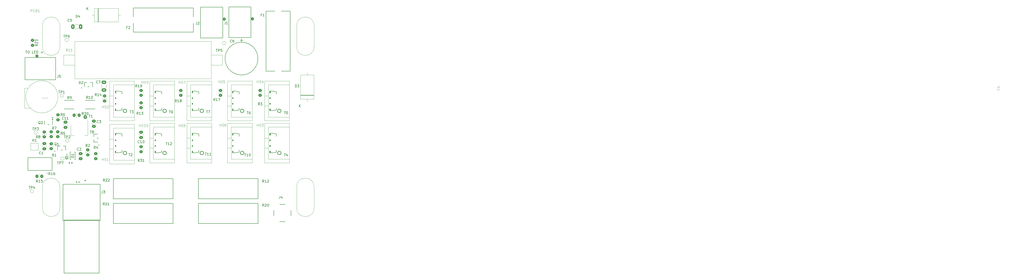
<source format=gto>
G04 #@! TF.GenerationSoftware,KiCad,Pcbnew,7.0.7*
G04 #@! TF.CreationDate,2024-06-17T16:02:08-04:00*
G04 #@! TF.ProjectId,HVHF_IIB,48564846-5f49-4494-922e-6b696361645f,rev?*
G04 #@! TF.SameCoordinates,Original*
G04 #@! TF.FileFunction,Legend,Top*
G04 #@! TF.FilePolarity,Positive*
%FSLAX46Y46*%
G04 Gerber Fmt 4.6, Leading zero omitted, Abs format (unit mm)*
G04 Created by KiCad (PCBNEW 7.0.7) date 2024-06-17 16:02:08*
%MOMM*%
%LPD*%
G01*
G04 APERTURE LIST*
G04 Aperture macros list*
%AMRoundRect*
0 Rectangle with rounded corners*
0 $1 Rounding radius*
0 $2 $3 $4 $5 $6 $7 $8 $9 X,Y pos of 4 corners*
0 Add a 4 corners polygon primitive as box body*
4,1,4,$2,$3,$4,$5,$6,$7,$8,$9,$2,$3,0*
0 Add four circle primitives for the rounded corners*
1,1,$1+$1,$2,$3*
1,1,$1+$1,$4,$5*
1,1,$1+$1,$6,$7*
1,1,$1+$1,$8,$9*
0 Add four rect primitives between the rounded corners*
20,1,$1+$1,$2,$3,$4,$5,0*
20,1,$1+$1,$4,$5,$6,$7,0*
20,1,$1+$1,$6,$7,$8,$9,0*
20,1,$1+$1,$8,$9,$2,$3,0*%
G04 Aperture macros list end*
%ADD10C,0.150000*%
%ADD11C,0.500000*%
%ADD12C,0.100000*%
%ADD13C,0.120000*%
%ADD14C,0.127000*%
%ADD15C,0.152400*%
%ADD16C,0.250000*%
%ADD17C,0.010000*%
%ADD18C,0.508000*%
%ADD19RoundRect,0.250000X-0.475000X0.337500X-0.475000X-0.337500X0.475000X-0.337500X0.475000X0.337500X0*%
%ADD20RoundRect,0.250000X-0.350000X-0.450000X0.350000X-0.450000X0.350000X0.450000X-0.350000X0.450000X0*%
%ADD21C,2.454000*%
%ADD22O,3.252000X1.728000*%
%ADD23R,3.200000X3.200000*%
%ADD24O,3.200000X3.200000*%
%ADD25C,1.498600*%
%ADD26C,2.304000*%
%ADD27R,1.574800X1.574800*%
%ADD28C,1.574800*%
%ADD29R,0.762000X1.168400*%
%ADD30RoundRect,0.250000X0.475000X-0.337500X0.475000X0.337500X-0.475000X0.337500X-0.475000X-0.337500X0*%
%ADD31C,1.000000*%
%ADD32RoundRect,0.250000X-0.450000X0.350000X-0.450000X-0.350000X0.450000X-0.350000X0.450000X0.350000X0*%
%ADD33RoundRect,0.250000X0.450000X-0.350000X0.450000X0.350000X-0.450000X0.350000X-0.450000X-0.350000X0*%
%ADD34R,0.558800X1.422400*%
%ADD35R,1.320800X0.558800*%
%ADD36RoundRect,0.250000X0.650000X-0.412500X0.650000X0.412500X-0.650000X0.412500X-0.650000X-0.412500X0*%
%ADD37C,2.250000*%
%ADD38R,1.408798X3.250794*%
%ADD39RoundRect,0.250000X0.350000X0.450000X-0.350000X0.450000X-0.350000X-0.450000X0.350000X-0.450000X0*%
%ADD40C,2.600000*%
%ADD41R,1.524000X1.524000*%
%ADD42C,1.524000*%
%ADD43C,1.320800*%
%ADD44R,1.320800X1.320800*%
%ADD45RoundRect,0.250000X0.412500X0.650000X-0.412500X0.650000X-0.412500X-0.650000X0.412500X-0.650000X0*%
%ADD46R,1.500000X2.000000*%
%ADD47R,3.800000X2.000000*%
%ADD48R,0.600000X0.800000*%
%ADD49R,0.900000X0.800000*%
%ADD50C,2.413000*%
G04 APERTURE END LIST*
D10*
X105000000Y-117363000D02*
X105000000Y-116863000D01*
X105000000Y-116113000D02*
X105000000Y-115113000D01*
X104250000Y-116863000D02*
X105750000Y-116863000D01*
X105000000Y-115113000D02*
X105000000Y-114863000D01*
X105750000Y-116863000D02*
X105000000Y-116863000D01*
X105750000Y-116113000D02*
X104250000Y-116113000D01*
D11*
X113000000Y-100113000D02*
G75*
G03*
X113000000Y-100113000I-500000J0D01*
G01*
D10*
X105000000Y-116863000D02*
X105750000Y-116113000D01*
X104250000Y-116113000D02*
X105000000Y-116863000D01*
X112500000Y-125454819D02*
X112500000Y-125692914D01*
X112261905Y-125597676D02*
X112500000Y-125692914D01*
X112500000Y-125692914D02*
X112738095Y-125597676D01*
X112357143Y-125883390D02*
X112500000Y-125692914D01*
X112500000Y-125692914D02*
X112642857Y-125883390D01*
X88443922Y-73369819D02*
X89015350Y-73369819D01*
X88729636Y-74369819D02*
X88729636Y-73369819D01*
X89539160Y-73369819D02*
X89729636Y-73369819D01*
X89729636Y-73369819D02*
X89824874Y-73417438D01*
X89824874Y-73417438D02*
X89920112Y-73512676D01*
X89920112Y-73512676D02*
X89967731Y-73703152D01*
X89967731Y-73703152D02*
X89967731Y-74036485D01*
X89967731Y-74036485D02*
X89920112Y-74226961D01*
X89920112Y-74226961D02*
X89824874Y-74322200D01*
X89824874Y-74322200D02*
X89729636Y-74369819D01*
X89729636Y-74369819D02*
X89539160Y-74369819D01*
X89539160Y-74369819D02*
X89443922Y-74322200D01*
X89443922Y-74322200D02*
X89348684Y-74226961D01*
X89348684Y-74226961D02*
X89301065Y-74036485D01*
X89301065Y-74036485D02*
X89301065Y-73703152D01*
X89301065Y-73703152D02*
X89348684Y-73512676D01*
X89348684Y-73512676D02*
X89443922Y-73417438D01*
X89443922Y-73417438D02*
X89539160Y-73369819D01*
X91634398Y-74369819D02*
X91158208Y-74369819D01*
X91158208Y-74369819D02*
X91158208Y-73369819D01*
X91967732Y-73846009D02*
X92301065Y-73846009D01*
X92443922Y-74369819D02*
X91967732Y-74369819D01*
X91967732Y-74369819D02*
X91967732Y-73369819D01*
X91967732Y-73369819D02*
X92443922Y-73369819D01*
X92872494Y-74369819D02*
X92872494Y-73369819D01*
X92872494Y-73369819D02*
X93110589Y-73369819D01*
X93110589Y-73369819D02*
X93253446Y-73417438D01*
X93253446Y-73417438D02*
X93348684Y-73512676D01*
X93348684Y-73512676D02*
X93396303Y-73607914D01*
X93396303Y-73607914D02*
X93443922Y-73798390D01*
X93443922Y-73798390D02*
X93443922Y-73941247D01*
X93443922Y-73941247D02*
X93396303Y-74131723D01*
X93396303Y-74131723D02*
X93348684Y-74226961D01*
X93348684Y-74226961D02*
X93253446Y-74322200D01*
X93253446Y-74322200D02*
X93110589Y-74369819D01*
X93110589Y-74369819D02*
X92872494Y-74369819D01*
X94634399Y-73988866D02*
X95396304Y-73988866D01*
X95015351Y-74369819D02*
X95015351Y-73607914D01*
D12*
X181761905Y-86362228D02*
X181761905Y-85362228D01*
X181761905Y-85838418D02*
X182333333Y-85838418D01*
X182333333Y-86362228D02*
X182333333Y-85362228D01*
X182761905Y-86314609D02*
X182904762Y-86362228D01*
X182904762Y-86362228D02*
X183142857Y-86362228D01*
X183142857Y-86362228D02*
X183238095Y-86314609D01*
X183238095Y-86314609D02*
X183285714Y-86266989D01*
X183285714Y-86266989D02*
X183333333Y-86171751D01*
X183333333Y-86171751D02*
X183333333Y-86076513D01*
X183333333Y-86076513D02*
X183285714Y-85981275D01*
X183285714Y-85981275D02*
X183238095Y-85933656D01*
X183238095Y-85933656D02*
X183142857Y-85886037D01*
X183142857Y-85886037D02*
X182952381Y-85838418D01*
X182952381Y-85838418D02*
X182857143Y-85790799D01*
X182857143Y-85790799D02*
X182809524Y-85743180D01*
X182809524Y-85743180D02*
X182761905Y-85647942D01*
X182761905Y-85647942D02*
X182761905Y-85552704D01*
X182761905Y-85552704D02*
X182809524Y-85457466D01*
X182809524Y-85457466D02*
X182857143Y-85409847D01*
X182857143Y-85409847D02*
X182952381Y-85362228D01*
X182952381Y-85362228D02*
X183190476Y-85362228D01*
X183190476Y-85362228D02*
X183333333Y-85409847D01*
X184190476Y-85695561D02*
X184190476Y-86362228D01*
X183952381Y-85314609D02*
X183714286Y-86028894D01*
X183714286Y-86028894D02*
X184333333Y-86028894D01*
D10*
X103797142Y-100972580D02*
X103749523Y-101020200D01*
X103749523Y-101020200D02*
X103606666Y-101067819D01*
X103606666Y-101067819D02*
X103511428Y-101067819D01*
X103511428Y-101067819D02*
X103368571Y-101020200D01*
X103368571Y-101020200D02*
X103273333Y-100924961D01*
X103273333Y-100924961D02*
X103225714Y-100829723D01*
X103225714Y-100829723D02*
X103178095Y-100639247D01*
X103178095Y-100639247D02*
X103178095Y-100496390D01*
X103178095Y-100496390D02*
X103225714Y-100305914D01*
X103225714Y-100305914D02*
X103273333Y-100210676D01*
X103273333Y-100210676D02*
X103368571Y-100115438D01*
X103368571Y-100115438D02*
X103511428Y-100067819D01*
X103511428Y-100067819D02*
X103606666Y-100067819D01*
X103606666Y-100067819D02*
X103749523Y-100115438D01*
X103749523Y-100115438D02*
X103797142Y-100163057D01*
X104749523Y-101067819D02*
X104178095Y-101067819D01*
X104463809Y-101067819D02*
X104463809Y-100067819D01*
X104463809Y-100067819D02*
X104368571Y-100210676D01*
X104368571Y-100210676D02*
X104273333Y-100305914D01*
X104273333Y-100305914D02*
X104178095Y-100353533D01*
X105701904Y-101067819D02*
X105130476Y-101067819D01*
X105416190Y-101067819D02*
X105416190Y-100067819D01*
X105416190Y-100067819D02*
X105320952Y-100210676D01*
X105320952Y-100210676D02*
X105225714Y-100305914D01*
X105225714Y-100305914D02*
X105130476Y-100353533D01*
X93357142Y-126434928D02*
X93023809Y-125958737D01*
X92785714Y-126434928D02*
X92785714Y-125434928D01*
X92785714Y-125434928D02*
X93166666Y-125434928D01*
X93166666Y-125434928D02*
X93261904Y-125482547D01*
X93261904Y-125482547D02*
X93309523Y-125530166D01*
X93309523Y-125530166D02*
X93357142Y-125625404D01*
X93357142Y-125625404D02*
X93357142Y-125768261D01*
X93357142Y-125768261D02*
X93309523Y-125863499D01*
X93309523Y-125863499D02*
X93261904Y-125911118D01*
X93261904Y-125911118D02*
X93166666Y-125958737D01*
X93166666Y-125958737D02*
X92785714Y-125958737D01*
X94309523Y-126434928D02*
X93738095Y-126434928D01*
X94023809Y-126434928D02*
X94023809Y-125434928D01*
X94023809Y-125434928D02*
X93928571Y-125577785D01*
X93928571Y-125577785D02*
X93833333Y-125673023D01*
X93833333Y-125673023D02*
X93738095Y-125720642D01*
X95214285Y-125434928D02*
X94738095Y-125434928D01*
X94738095Y-125434928D02*
X94690476Y-125911118D01*
X94690476Y-125911118D02*
X94738095Y-125863499D01*
X94738095Y-125863499D02*
X94833333Y-125815880D01*
X94833333Y-125815880D02*
X95071428Y-125815880D01*
X95071428Y-125815880D02*
X95166666Y-125863499D01*
X95166666Y-125863499D02*
X95214285Y-125911118D01*
X95214285Y-125911118D02*
X95261904Y-126006356D01*
X95261904Y-126006356D02*
X95261904Y-126244451D01*
X95261904Y-126244451D02*
X95214285Y-126339689D01*
X95214285Y-126339689D02*
X95166666Y-126387309D01*
X95166666Y-126387309D02*
X95071428Y-126434928D01*
X95071428Y-126434928D02*
X94833333Y-126434928D01*
X94833333Y-126434928D02*
X94738095Y-126387309D01*
X94738095Y-126387309D02*
X94690476Y-126339689D01*
X129466666Y-63931009D02*
X129133333Y-63931009D01*
X129133333Y-64454819D02*
X129133333Y-63454819D01*
X129133333Y-63454819D02*
X129609523Y-63454819D01*
X129942857Y-63550057D02*
X129990476Y-63502438D01*
X129990476Y-63502438D02*
X130085714Y-63454819D01*
X130085714Y-63454819D02*
X130323809Y-63454819D01*
X130323809Y-63454819D02*
X130419047Y-63502438D01*
X130419047Y-63502438D02*
X130466666Y-63550057D01*
X130466666Y-63550057D02*
X130514285Y-63645295D01*
X130514285Y-63645295D02*
X130514285Y-63740533D01*
X130514285Y-63740533D02*
X130466666Y-63883390D01*
X130466666Y-63883390D02*
X129895238Y-64454819D01*
X129895238Y-64454819D02*
X130514285Y-64454819D01*
X192692957Y-97859531D02*
X193264489Y-97859531D01*
X192978723Y-98859712D02*
X192978723Y-97859531D01*
X194074160Y-97859531D02*
X193597883Y-97859531D01*
X193597883Y-97859531D02*
X193550255Y-98335808D01*
X193550255Y-98335808D02*
X193597883Y-98288180D01*
X193597883Y-98288180D02*
X193693138Y-98240553D01*
X193693138Y-98240553D02*
X193931277Y-98240553D01*
X193931277Y-98240553D02*
X194026532Y-98288180D01*
X194026532Y-98288180D02*
X194074160Y-98335808D01*
X194074160Y-98335808D02*
X194121787Y-98431063D01*
X194121787Y-98431063D02*
X194121787Y-98669202D01*
X194121787Y-98669202D02*
X194074160Y-98764457D01*
X194074160Y-98764457D02*
X194026532Y-98812085D01*
X194026532Y-98812085D02*
X193931277Y-98859712D01*
X193931277Y-98859712D02*
X193693138Y-98859712D01*
X193693138Y-98859712D02*
X193597883Y-98812085D01*
X193597883Y-98812085D02*
X193550255Y-98764457D01*
X197161905Y-88054819D02*
X197161905Y-87054819D01*
X197161905Y-87054819D02*
X197400000Y-87054819D01*
X197400000Y-87054819D02*
X197542857Y-87102438D01*
X197542857Y-87102438D02*
X197638095Y-87197676D01*
X197638095Y-87197676D02*
X197685714Y-87292914D01*
X197685714Y-87292914D02*
X197733333Y-87483390D01*
X197733333Y-87483390D02*
X197733333Y-87626247D01*
X197733333Y-87626247D02*
X197685714Y-87816723D01*
X197685714Y-87816723D02*
X197638095Y-87911961D01*
X197638095Y-87911961D02*
X197542857Y-88007200D01*
X197542857Y-88007200D02*
X197400000Y-88054819D01*
X197400000Y-88054819D02*
X197161905Y-88054819D01*
X198066667Y-87054819D02*
X198685714Y-87054819D01*
X198685714Y-87054819D02*
X198352381Y-87435771D01*
X198352381Y-87435771D02*
X198495238Y-87435771D01*
X198495238Y-87435771D02*
X198590476Y-87483390D01*
X198590476Y-87483390D02*
X198638095Y-87531009D01*
X198638095Y-87531009D02*
X198685714Y-87626247D01*
X198685714Y-87626247D02*
X198685714Y-87864342D01*
X198685714Y-87864342D02*
X198638095Y-87959580D01*
X198638095Y-87959580D02*
X198590476Y-88007200D01*
X198590476Y-88007200D02*
X198495238Y-88054819D01*
X198495238Y-88054819D02*
X198209524Y-88054819D01*
X198209524Y-88054819D02*
X198114286Y-88007200D01*
X198114286Y-88007200D02*
X198066667Y-87959580D01*
X198738095Y-96074819D02*
X198738095Y-95074819D01*
X199309523Y-96074819D02*
X198880952Y-95503390D01*
X199309523Y-95074819D02*
X198738095Y-95646247D01*
X157466666Y-61754819D02*
X157466666Y-62469104D01*
X157466666Y-62469104D02*
X157419047Y-62611961D01*
X157419047Y-62611961D02*
X157323809Y-62707200D01*
X157323809Y-62707200D02*
X157180952Y-62754819D01*
X157180952Y-62754819D02*
X157085714Y-62754819D01*
X157895238Y-61850057D02*
X157942857Y-61802438D01*
X157942857Y-61802438D02*
X158038095Y-61754819D01*
X158038095Y-61754819D02*
X158276190Y-61754819D01*
X158276190Y-61754819D02*
X158371428Y-61802438D01*
X158371428Y-61802438D02*
X158419047Y-61850057D01*
X158419047Y-61850057D02*
X158466666Y-61945295D01*
X158466666Y-61945295D02*
X158466666Y-62040533D01*
X158466666Y-62040533D02*
X158419047Y-62183390D01*
X158419047Y-62183390D02*
X157847619Y-62754819D01*
X157847619Y-62754819D02*
X158466666Y-62754819D01*
X190966666Y-131954819D02*
X190966666Y-132669104D01*
X190966666Y-132669104D02*
X190919047Y-132811961D01*
X190919047Y-132811961D02*
X190823809Y-132907200D01*
X190823809Y-132907200D02*
X190680952Y-132954819D01*
X190680952Y-132954819D02*
X190585714Y-132954819D01*
X191871428Y-132288152D02*
X191871428Y-132954819D01*
X191633333Y-131907200D02*
X191395238Y-132621485D01*
X191395238Y-132621485D02*
X192014285Y-132621485D01*
X130007957Y-114781722D02*
X130579489Y-114781722D01*
X130293723Y-115781903D02*
X130293723Y-114781722D01*
X130865255Y-114876978D02*
X130912883Y-114829350D01*
X130912883Y-114829350D02*
X131008138Y-114781722D01*
X131008138Y-114781722D02*
X131246277Y-114781722D01*
X131246277Y-114781722D02*
X131341532Y-114829350D01*
X131341532Y-114829350D02*
X131389160Y-114876978D01*
X131389160Y-114876978D02*
X131436787Y-114972233D01*
X131436787Y-114972233D02*
X131436787Y-115067488D01*
X131436787Y-115067488D02*
X131389160Y-115210371D01*
X131389160Y-115210371D02*
X130817628Y-115781903D01*
X130817628Y-115781903D02*
X131436787Y-115781903D01*
D12*
X150261905Y-86538828D02*
X150261905Y-85538828D01*
X150261905Y-86015018D02*
X150833333Y-86015018D01*
X150833333Y-86538828D02*
X150833333Y-85538828D01*
X151261905Y-86491209D02*
X151404762Y-86538828D01*
X151404762Y-86538828D02*
X151642857Y-86538828D01*
X151642857Y-86538828D02*
X151738095Y-86491209D01*
X151738095Y-86491209D02*
X151785714Y-86443589D01*
X151785714Y-86443589D02*
X151833333Y-86348351D01*
X151833333Y-86348351D02*
X151833333Y-86253113D01*
X151833333Y-86253113D02*
X151785714Y-86157875D01*
X151785714Y-86157875D02*
X151738095Y-86110256D01*
X151738095Y-86110256D02*
X151642857Y-86062637D01*
X151642857Y-86062637D02*
X151452381Y-86015018D01*
X151452381Y-86015018D02*
X151357143Y-85967399D01*
X151357143Y-85967399D02*
X151309524Y-85919780D01*
X151309524Y-85919780D02*
X151261905Y-85824542D01*
X151261905Y-85824542D02*
X151261905Y-85729304D01*
X151261905Y-85729304D02*
X151309524Y-85634066D01*
X151309524Y-85634066D02*
X151357143Y-85586447D01*
X151357143Y-85586447D02*
X151452381Y-85538828D01*
X151452381Y-85538828D02*
X151690476Y-85538828D01*
X151690476Y-85538828D02*
X151833333Y-85586447D01*
X152166667Y-85538828D02*
X152833333Y-85538828D01*
X152833333Y-85538828D02*
X152404762Y-86538828D01*
D10*
X177692957Y-97859531D02*
X178264489Y-97859531D01*
X177978723Y-98859712D02*
X177978723Y-97859531D01*
X179026532Y-97859531D02*
X178836021Y-97859531D01*
X178836021Y-97859531D02*
X178740766Y-97907159D01*
X178740766Y-97907159D02*
X178693138Y-97954787D01*
X178693138Y-97954787D02*
X178597883Y-98097670D01*
X178597883Y-98097670D02*
X178550255Y-98288180D01*
X178550255Y-98288180D02*
X178550255Y-98669202D01*
X178550255Y-98669202D02*
X178597883Y-98764457D01*
X178597883Y-98764457D02*
X178645511Y-98812085D01*
X178645511Y-98812085D02*
X178740766Y-98859712D01*
X178740766Y-98859712D02*
X178931277Y-98859712D01*
X178931277Y-98859712D02*
X179026532Y-98812085D01*
X179026532Y-98812085D02*
X179074160Y-98764457D01*
X179074160Y-98764457D02*
X179121787Y-98669202D01*
X179121787Y-98669202D02*
X179121787Y-98431063D01*
X179121787Y-98431063D02*
X179074160Y-98335808D01*
X179074160Y-98335808D02*
X179026532Y-98288180D01*
X179026532Y-98288180D02*
X178931277Y-98240553D01*
X178931277Y-98240553D02*
X178740766Y-98240553D01*
X178740766Y-98240553D02*
X178645511Y-98288180D01*
X178645511Y-98288180D02*
X178597883Y-98335808D01*
X178597883Y-98335808D02*
X178550255Y-98431063D01*
X161292957Y-97536131D02*
X161864489Y-97536131D01*
X161578723Y-98536312D02*
X161578723Y-97536131D01*
X162102628Y-97536131D02*
X162769415Y-97536131D01*
X162769415Y-97536131D02*
X162340766Y-98536312D01*
X120357142Y-126054819D02*
X120023809Y-125578628D01*
X119785714Y-126054819D02*
X119785714Y-125054819D01*
X119785714Y-125054819D02*
X120166666Y-125054819D01*
X120166666Y-125054819D02*
X120261904Y-125102438D01*
X120261904Y-125102438D02*
X120309523Y-125150057D01*
X120309523Y-125150057D02*
X120357142Y-125245295D01*
X120357142Y-125245295D02*
X120357142Y-125388152D01*
X120357142Y-125388152D02*
X120309523Y-125483390D01*
X120309523Y-125483390D02*
X120261904Y-125531009D01*
X120261904Y-125531009D02*
X120166666Y-125578628D01*
X120166666Y-125578628D02*
X119785714Y-125578628D01*
X120738095Y-125150057D02*
X120785714Y-125102438D01*
X120785714Y-125102438D02*
X120880952Y-125054819D01*
X120880952Y-125054819D02*
X121119047Y-125054819D01*
X121119047Y-125054819D02*
X121214285Y-125102438D01*
X121214285Y-125102438D02*
X121261904Y-125150057D01*
X121261904Y-125150057D02*
X121309523Y-125245295D01*
X121309523Y-125245295D02*
X121309523Y-125340533D01*
X121309523Y-125340533D02*
X121261904Y-125483390D01*
X121261904Y-125483390D02*
X120690476Y-126054819D01*
X120690476Y-126054819D02*
X121309523Y-126054819D01*
X121690476Y-125150057D02*
X121738095Y-125102438D01*
X121738095Y-125102438D02*
X121833333Y-125054819D01*
X121833333Y-125054819D02*
X122071428Y-125054819D01*
X122071428Y-125054819D02*
X122166666Y-125102438D01*
X122166666Y-125102438D02*
X122214285Y-125150057D01*
X122214285Y-125150057D02*
X122261904Y-125245295D01*
X122261904Y-125245295D02*
X122261904Y-125340533D01*
X122261904Y-125340533D02*
X122214285Y-125483390D01*
X122214285Y-125483390D02*
X121642857Y-126054819D01*
X121642857Y-126054819D02*
X122261904Y-126054819D01*
X192692957Y-114859531D02*
X193264489Y-114859531D01*
X192978723Y-115859712D02*
X192978723Y-114859531D01*
X194026532Y-115192925D02*
X194026532Y-115859712D01*
X193788394Y-114811904D02*
X193550255Y-115526319D01*
X193550255Y-115526319D02*
X194169415Y-115526319D01*
X107874819Y-116451094D02*
X106874819Y-116451094D01*
X106874819Y-116451094D02*
X106874819Y-116212999D01*
X106874819Y-116212999D02*
X106922438Y-116070142D01*
X106922438Y-116070142D02*
X107017676Y-115974904D01*
X107017676Y-115974904D02*
X107112914Y-115927285D01*
X107112914Y-115927285D02*
X107303390Y-115879666D01*
X107303390Y-115879666D02*
X107446247Y-115879666D01*
X107446247Y-115879666D02*
X107636723Y-115927285D01*
X107636723Y-115927285D02*
X107731961Y-115974904D01*
X107731961Y-115974904D02*
X107827200Y-116070142D01*
X107827200Y-116070142D02*
X107874819Y-116212999D01*
X107874819Y-116212999D02*
X107874819Y-116451094D01*
X107874819Y-114927285D02*
X107874819Y-115498713D01*
X107874819Y-115212999D02*
X106874819Y-115212999D01*
X106874819Y-115212999D02*
X107017676Y-115308237D01*
X107017676Y-115308237D02*
X107112914Y-115403475D01*
X107112914Y-115403475D02*
X107160533Y-115498713D01*
X106874819Y-118583199D02*
X107112914Y-118583199D01*
X107017676Y-118821294D02*
X107112914Y-118583199D01*
X107112914Y-118583199D02*
X107017676Y-118345104D01*
X107303390Y-118726056D02*
X107112914Y-118583199D01*
X107112914Y-118583199D02*
X107303390Y-118440342D01*
X105854819Y-118583199D02*
X106092914Y-118583199D01*
X105997676Y-118821294D02*
X106092914Y-118583199D01*
X106092914Y-118583199D02*
X105997676Y-118345104D01*
X106283390Y-118726056D02*
X106092914Y-118583199D01*
X106092914Y-118583199D02*
X106283390Y-118440342D01*
X146292957Y-97536131D02*
X146864489Y-97536131D01*
X146578723Y-98536312D02*
X146578723Y-97536131D01*
X147245511Y-98536312D02*
X147436021Y-98536312D01*
X147436021Y-98536312D02*
X147531277Y-98488685D01*
X147531277Y-98488685D02*
X147578904Y-98441057D01*
X147578904Y-98441057D02*
X147674160Y-98298174D01*
X147674160Y-98298174D02*
X147721787Y-98107663D01*
X147721787Y-98107663D02*
X147721787Y-97726642D01*
X147721787Y-97726642D02*
X147674160Y-97631387D01*
X147674160Y-97631387D02*
X147626532Y-97583759D01*
X147626532Y-97583759D02*
X147531277Y-97536131D01*
X147531277Y-97536131D02*
X147340766Y-97536131D01*
X147340766Y-97536131D02*
X147245511Y-97583759D01*
X147245511Y-97583759D02*
X147197883Y-97631387D01*
X147197883Y-97631387D02*
X147150255Y-97726642D01*
X147150255Y-97726642D02*
X147150255Y-97964780D01*
X147150255Y-97964780D02*
X147197883Y-98060036D01*
X147197883Y-98060036D02*
X147245511Y-98107663D01*
X147245511Y-98107663D02*
X147340766Y-98155291D01*
X147340766Y-98155291D02*
X147531277Y-98155291D01*
X147531277Y-98155291D02*
X147626532Y-98107663D01*
X147626532Y-98107663D02*
X147674160Y-98060036D01*
X147674160Y-98060036D02*
X147721787Y-97964780D01*
X109833333Y-113472580D02*
X109785714Y-113520200D01*
X109785714Y-113520200D02*
X109642857Y-113567819D01*
X109642857Y-113567819D02*
X109547619Y-113567819D01*
X109547619Y-113567819D02*
X109404762Y-113520200D01*
X109404762Y-113520200D02*
X109309524Y-113424961D01*
X109309524Y-113424961D02*
X109261905Y-113329723D01*
X109261905Y-113329723D02*
X109214286Y-113139247D01*
X109214286Y-113139247D02*
X109214286Y-112996390D01*
X109214286Y-112996390D02*
X109261905Y-112805914D01*
X109261905Y-112805914D02*
X109309524Y-112710676D01*
X109309524Y-112710676D02*
X109404762Y-112615438D01*
X109404762Y-112615438D02*
X109547619Y-112567819D01*
X109547619Y-112567819D02*
X109642857Y-112567819D01*
X109642857Y-112567819D02*
X109785714Y-112615438D01*
X109785714Y-112615438D02*
X109833333Y-112663057D01*
X110214286Y-112663057D02*
X110261905Y-112615438D01*
X110261905Y-112615438D02*
X110357143Y-112567819D01*
X110357143Y-112567819D02*
X110595238Y-112567819D01*
X110595238Y-112567819D02*
X110690476Y-112615438D01*
X110690476Y-112615438D02*
X110738095Y-112663057D01*
X110738095Y-112663057D02*
X110785714Y-112758295D01*
X110785714Y-112758295D02*
X110785714Y-112853533D01*
X110785714Y-112853533D02*
X110738095Y-112996390D01*
X110738095Y-112996390D02*
X110166667Y-113567819D01*
X110166667Y-113567819D02*
X110785714Y-113567819D01*
X103738095Y-67006819D02*
X104309523Y-67006819D01*
X104023809Y-68006819D02*
X104023809Y-67006819D01*
X104642857Y-68006819D02*
X104642857Y-67006819D01*
X104642857Y-67006819D02*
X105023809Y-67006819D01*
X105023809Y-67006819D02*
X105119047Y-67054438D01*
X105119047Y-67054438D02*
X105166666Y-67102057D01*
X105166666Y-67102057D02*
X105214285Y-67197295D01*
X105214285Y-67197295D02*
X105214285Y-67340152D01*
X105214285Y-67340152D02*
X105166666Y-67435390D01*
X105166666Y-67435390D02*
X105119047Y-67483009D01*
X105119047Y-67483009D02*
X105023809Y-67530628D01*
X105023809Y-67530628D02*
X104642857Y-67530628D01*
X106071428Y-67006819D02*
X105880952Y-67006819D01*
X105880952Y-67006819D02*
X105785714Y-67054438D01*
X105785714Y-67054438D02*
X105738095Y-67102057D01*
X105738095Y-67102057D02*
X105642857Y-67244914D01*
X105642857Y-67244914D02*
X105595238Y-67435390D01*
X105595238Y-67435390D02*
X105595238Y-67816342D01*
X105595238Y-67816342D02*
X105642857Y-67911580D01*
X105642857Y-67911580D02*
X105690476Y-67959200D01*
X105690476Y-67959200D02*
X105785714Y-68006819D01*
X105785714Y-68006819D02*
X105976190Y-68006819D01*
X105976190Y-68006819D02*
X106071428Y-67959200D01*
X106071428Y-67959200D02*
X106119047Y-67911580D01*
X106119047Y-67911580D02*
X106166666Y-67816342D01*
X106166666Y-67816342D02*
X106166666Y-67578247D01*
X106166666Y-67578247D02*
X106119047Y-67483009D01*
X106119047Y-67483009D02*
X106071428Y-67435390D01*
X106071428Y-67435390D02*
X105976190Y-67387771D01*
X105976190Y-67387771D02*
X105785714Y-67387771D01*
X105785714Y-67387771D02*
X105690476Y-67435390D01*
X105690476Y-67435390D02*
X105642857Y-67483009D01*
X105642857Y-67483009D02*
X105595238Y-67578247D01*
X134357142Y-118067819D02*
X134023809Y-117591628D01*
X133785714Y-118067819D02*
X133785714Y-117067819D01*
X133785714Y-117067819D02*
X134166666Y-117067819D01*
X134166666Y-117067819D02*
X134261904Y-117115438D01*
X134261904Y-117115438D02*
X134309523Y-117163057D01*
X134309523Y-117163057D02*
X134357142Y-117258295D01*
X134357142Y-117258295D02*
X134357142Y-117401152D01*
X134357142Y-117401152D02*
X134309523Y-117496390D01*
X134309523Y-117496390D02*
X134261904Y-117544009D01*
X134261904Y-117544009D02*
X134166666Y-117591628D01*
X134166666Y-117591628D02*
X133785714Y-117591628D01*
X134690476Y-117067819D02*
X135309523Y-117067819D01*
X135309523Y-117067819D02*
X134976190Y-117448771D01*
X134976190Y-117448771D02*
X135119047Y-117448771D01*
X135119047Y-117448771D02*
X135214285Y-117496390D01*
X135214285Y-117496390D02*
X135261904Y-117544009D01*
X135261904Y-117544009D02*
X135309523Y-117639247D01*
X135309523Y-117639247D02*
X135309523Y-117877342D01*
X135309523Y-117877342D02*
X135261904Y-117972580D01*
X135261904Y-117972580D02*
X135214285Y-118020200D01*
X135214285Y-118020200D02*
X135119047Y-118067819D01*
X135119047Y-118067819D02*
X134833333Y-118067819D01*
X134833333Y-118067819D02*
X134738095Y-118020200D01*
X134738095Y-118020200D02*
X134690476Y-117972580D01*
X136261904Y-118067819D02*
X135690476Y-118067819D01*
X135976190Y-118067819D02*
X135976190Y-117067819D01*
X135976190Y-117067819D02*
X135880952Y-117210676D01*
X135880952Y-117210676D02*
X135785714Y-117305914D01*
X135785714Y-117305914D02*
X135690476Y-117353533D01*
X99833333Y-115954819D02*
X99500000Y-115478628D01*
X99261905Y-115954819D02*
X99261905Y-114954819D01*
X99261905Y-114954819D02*
X99642857Y-114954819D01*
X99642857Y-114954819D02*
X99738095Y-115002438D01*
X99738095Y-115002438D02*
X99785714Y-115050057D01*
X99785714Y-115050057D02*
X99833333Y-115145295D01*
X99833333Y-115145295D02*
X99833333Y-115288152D01*
X99833333Y-115288152D02*
X99785714Y-115383390D01*
X99785714Y-115383390D02*
X99738095Y-115431009D01*
X99738095Y-115431009D02*
X99642857Y-115478628D01*
X99642857Y-115478628D02*
X99261905Y-115478628D01*
X100785714Y-115954819D02*
X100214286Y-115954819D01*
X100500000Y-115954819D02*
X100500000Y-114954819D01*
X100500000Y-114954819D02*
X100404762Y-115097676D01*
X100404762Y-115097676D02*
X100309524Y-115192914D01*
X100309524Y-115192914D02*
X100214286Y-115240533D01*
X110011905Y-86704819D02*
X110011905Y-85704819D01*
X110011905Y-85704819D02*
X110250000Y-85704819D01*
X110250000Y-85704819D02*
X110392857Y-85752438D01*
X110392857Y-85752438D02*
X110488095Y-85847676D01*
X110488095Y-85847676D02*
X110535714Y-85942914D01*
X110535714Y-85942914D02*
X110583333Y-86133390D01*
X110583333Y-86133390D02*
X110583333Y-86276247D01*
X110583333Y-86276247D02*
X110535714Y-86466723D01*
X110535714Y-86466723D02*
X110488095Y-86561961D01*
X110488095Y-86561961D02*
X110392857Y-86657200D01*
X110392857Y-86657200D02*
X110250000Y-86704819D01*
X110250000Y-86704819D02*
X110011905Y-86704819D01*
X110964286Y-85800057D02*
X111011905Y-85752438D01*
X111011905Y-85752438D02*
X111107143Y-85704819D01*
X111107143Y-85704819D02*
X111345238Y-85704819D01*
X111345238Y-85704819D02*
X111440476Y-85752438D01*
X111440476Y-85752438D02*
X111488095Y-85800057D01*
X111488095Y-85800057D02*
X111535714Y-85895295D01*
X111535714Y-85895295D02*
X111535714Y-85990533D01*
X111535714Y-85990533D02*
X111488095Y-86133390D01*
X111488095Y-86133390D02*
X110916667Y-86704819D01*
X110916667Y-86704819D02*
X111535714Y-86704819D01*
X183666666Y-58931009D02*
X183333333Y-58931009D01*
X183333333Y-59454819D02*
X183333333Y-58454819D01*
X183333333Y-58454819D02*
X183809523Y-58454819D01*
X184714285Y-59454819D02*
X184142857Y-59454819D01*
X184428571Y-59454819D02*
X184428571Y-58454819D01*
X184428571Y-58454819D02*
X184333333Y-58597676D01*
X184333333Y-58597676D02*
X184238095Y-58692914D01*
X184238095Y-58692914D02*
X184142857Y-58740533D01*
X94583333Y-114972580D02*
X94535714Y-115020200D01*
X94535714Y-115020200D02*
X94392857Y-115067819D01*
X94392857Y-115067819D02*
X94297619Y-115067819D01*
X94297619Y-115067819D02*
X94154762Y-115020200D01*
X94154762Y-115020200D02*
X94059524Y-114924961D01*
X94059524Y-114924961D02*
X94011905Y-114829723D01*
X94011905Y-114829723D02*
X93964286Y-114639247D01*
X93964286Y-114639247D02*
X93964286Y-114496390D01*
X93964286Y-114496390D02*
X94011905Y-114305914D01*
X94011905Y-114305914D02*
X94059524Y-114210676D01*
X94059524Y-114210676D02*
X94154762Y-114115438D01*
X94154762Y-114115438D02*
X94297619Y-114067819D01*
X94297619Y-114067819D02*
X94392857Y-114067819D01*
X94392857Y-114067819D02*
X94535714Y-114115438D01*
X94535714Y-114115438D02*
X94583333Y-114163057D01*
X95535714Y-115067819D02*
X94964286Y-115067819D01*
X95250000Y-115067819D02*
X95250000Y-114067819D01*
X95250000Y-114067819D02*
X95154762Y-114210676D01*
X95154762Y-114210676D02*
X95059524Y-114305914D01*
X95059524Y-114305914D02*
X94964286Y-114353533D01*
X117057142Y-91554819D02*
X116723809Y-91078628D01*
X116485714Y-91554819D02*
X116485714Y-90554819D01*
X116485714Y-90554819D02*
X116866666Y-90554819D01*
X116866666Y-90554819D02*
X116961904Y-90602438D01*
X116961904Y-90602438D02*
X117009523Y-90650057D01*
X117009523Y-90650057D02*
X117057142Y-90745295D01*
X117057142Y-90745295D02*
X117057142Y-90888152D01*
X117057142Y-90888152D02*
X117009523Y-90983390D01*
X117009523Y-90983390D02*
X116961904Y-91031009D01*
X116961904Y-91031009D02*
X116866666Y-91078628D01*
X116866666Y-91078628D02*
X116485714Y-91078628D01*
X118009523Y-91554819D02*
X117438095Y-91554819D01*
X117723809Y-91554819D02*
X117723809Y-90554819D01*
X117723809Y-90554819D02*
X117628571Y-90697676D01*
X117628571Y-90697676D02*
X117533333Y-90792914D01*
X117533333Y-90792914D02*
X117438095Y-90840533D01*
X118866666Y-90888152D02*
X118866666Y-91554819D01*
X118628571Y-90507200D02*
X118390476Y-91221485D01*
X118390476Y-91221485D02*
X119009523Y-91221485D01*
X101566666Y-83154819D02*
X101566666Y-83869104D01*
X101566666Y-83869104D02*
X101519047Y-84011961D01*
X101519047Y-84011961D02*
X101423809Y-84107200D01*
X101423809Y-84107200D02*
X101280952Y-84154819D01*
X101280952Y-84154819D02*
X101185714Y-84154819D01*
X102519047Y-83154819D02*
X102042857Y-83154819D01*
X102042857Y-83154819D02*
X101995238Y-83631009D01*
X101995238Y-83631009D02*
X102042857Y-83583390D01*
X102042857Y-83583390D02*
X102138095Y-83535771D01*
X102138095Y-83535771D02*
X102376190Y-83535771D01*
X102376190Y-83535771D02*
X102471428Y-83583390D01*
X102471428Y-83583390D02*
X102519047Y-83631009D01*
X102519047Y-83631009D02*
X102566666Y-83726247D01*
X102566666Y-83726247D02*
X102566666Y-83964342D01*
X102566666Y-83964342D02*
X102519047Y-84059580D01*
X102519047Y-84059580D02*
X102471428Y-84107200D01*
X102471428Y-84107200D02*
X102376190Y-84154819D01*
X102376190Y-84154819D02*
X102138095Y-84154819D01*
X102138095Y-84154819D02*
X102042857Y-84107200D01*
X102042857Y-84107200D02*
X101995238Y-84059580D01*
D12*
X166761905Y-103862228D02*
X166761905Y-102862228D01*
X166761905Y-103338418D02*
X167333333Y-103338418D01*
X167333333Y-103862228D02*
X167333333Y-102862228D01*
X167761905Y-103814609D02*
X167904762Y-103862228D01*
X167904762Y-103862228D02*
X168142857Y-103862228D01*
X168142857Y-103862228D02*
X168238095Y-103814609D01*
X168238095Y-103814609D02*
X168285714Y-103766989D01*
X168285714Y-103766989D02*
X168333333Y-103671751D01*
X168333333Y-103671751D02*
X168333333Y-103576513D01*
X168333333Y-103576513D02*
X168285714Y-103481275D01*
X168285714Y-103481275D02*
X168238095Y-103433656D01*
X168238095Y-103433656D02*
X168142857Y-103386037D01*
X168142857Y-103386037D02*
X167952381Y-103338418D01*
X167952381Y-103338418D02*
X167857143Y-103290799D01*
X167857143Y-103290799D02*
X167809524Y-103243180D01*
X167809524Y-103243180D02*
X167761905Y-103147942D01*
X167761905Y-103147942D02*
X167761905Y-103052704D01*
X167761905Y-103052704D02*
X167809524Y-102957466D01*
X167809524Y-102957466D02*
X167857143Y-102909847D01*
X167857143Y-102909847D02*
X167952381Y-102862228D01*
X167952381Y-102862228D02*
X168190476Y-102862228D01*
X168190476Y-102862228D02*
X168333333Y-102909847D01*
X169190476Y-102862228D02*
X169000000Y-102862228D01*
X169000000Y-102862228D02*
X168904762Y-102909847D01*
X168904762Y-102909847D02*
X168857143Y-102957466D01*
X168857143Y-102957466D02*
X168761905Y-103100323D01*
X168761905Y-103100323D02*
X168714286Y-103290799D01*
X168714286Y-103290799D02*
X168714286Y-103671751D01*
X168714286Y-103671751D02*
X168761905Y-103766989D01*
X168761905Y-103766989D02*
X168809524Y-103814609D01*
X168809524Y-103814609D02*
X168904762Y-103862228D01*
X168904762Y-103862228D02*
X169095238Y-103862228D01*
X169095238Y-103862228D02*
X169190476Y-103814609D01*
X169190476Y-103814609D02*
X169238095Y-103766989D01*
X169238095Y-103766989D02*
X169285714Y-103671751D01*
X169285714Y-103671751D02*
X169285714Y-103433656D01*
X169285714Y-103433656D02*
X169238095Y-103338418D01*
X169238095Y-103338418D02*
X169190476Y-103290799D01*
X169190476Y-103290799D02*
X169095238Y-103243180D01*
X169095238Y-103243180D02*
X168904762Y-103243180D01*
X168904762Y-103243180D02*
X168809524Y-103290799D01*
X168809524Y-103290799D02*
X168761905Y-103338418D01*
X168761905Y-103338418D02*
X168714286Y-103433656D01*
X166261905Y-86362228D02*
X166261905Y-85362228D01*
X166261905Y-85838418D02*
X166833333Y-85838418D01*
X166833333Y-86362228D02*
X166833333Y-85362228D01*
X167261905Y-86314609D02*
X167404762Y-86362228D01*
X167404762Y-86362228D02*
X167642857Y-86362228D01*
X167642857Y-86362228D02*
X167738095Y-86314609D01*
X167738095Y-86314609D02*
X167785714Y-86266989D01*
X167785714Y-86266989D02*
X167833333Y-86171751D01*
X167833333Y-86171751D02*
X167833333Y-86076513D01*
X167833333Y-86076513D02*
X167785714Y-85981275D01*
X167785714Y-85981275D02*
X167738095Y-85933656D01*
X167738095Y-85933656D02*
X167642857Y-85886037D01*
X167642857Y-85886037D02*
X167452381Y-85838418D01*
X167452381Y-85838418D02*
X167357143Y-85790799D01*
X167357143Y-85790799D02*
X167309524Y-85743180D01*
X167309524Y-85743180D02*
X167261905Y-85647942D01*
X167261905Y-85647942D02*
X167261905Y-85552704D01*
X167261905Y-85552704D02*
X167309524Y-85457466D01*
X167309524Y-85457466D02*
X167357143Y-85409847D01*
X167357143Y-85409847D02*
X167452381Y-85362228D01*
X167452381Y-85362228D02*
X167690476Y-85362228D01*
X167690476Y-85362228D02*
X167833333Y-85409847D01*
X168738095Y-85362228D02*
X168261905Y-85362228D01*
X168261905Y-85362228D02*
X168214286Y-85838418D01*
X168214286Y-85838418D02*
X168261905Y-85790799D01*
X168261905Y-85790799D02*
X168357143Y-85743180D01*
X168357143Y-85743180D02*
X168595238Y-85743180D01*
X168595238Y-85743180D02*
X168690476Y-85790799D01*
X168690476Y-85790799D02*
X168738095Y-85838418D01*
X168738095Y-85838418D02*
X168785714Y-85933656D01*
X168785714Y-85933656D02*
X168785714Y-86171751D01*
X168785714Y-86171751D02*
X168738095Y-86266989D01*
X168738095Y-86266989D02*
X168690476Y-86314609D01*
X168690476Y-86314609D02*
X168595238Y-86362228D01*
X168595238Y-86362228D02*
X168357143Y-86362228D01*
X168357143Y-86362228D02*
X168261905Y-86314609D01*
X168261905Y-86314609D02*
X168214286Y-86266989D01*
D10*
X93354819Y-70792858D02*
X92878628Y-71126191D01*
X93354819Y-71364286D02*
X92354819Y-71364286D01*
X92354819Y-71364286D02*
X92354819Y-70983334D01*
X92354819Y-70983334D02*
X92402438Y-70888096D01*
X92402438Y-70888096D02*
X92450057Y-70840477D01*
X92450057Y-70840477D02*
X92545295Y-70792858D01*
X92545295Y-70792858D02*
X92688152Y-70792858D01*
X92688152Y-70792858D02*
X92783390Y-70840477D01*
X92783390Y-70840477D02*
X92831009Y-70888096D01*
X92831009Y-70888096D02*
X92878628Y-70983334D01*
X92878628Y-70983334D02*
X92878628Y-71364286D01*
X92450057Y-70411905D02*
X92402438Y-70364286D01*
X92402438Y-70364286D02*
X92354819Y-70269048D01*
X92354819Y-70269048D02*
X92354819Y-70030953D01*
X92354819Y-70030953D02*
X92402438Y-69935715D01*
X92402438Y-69935715D02*
X92450057Y-69888096D01*
X92450057Y-69888096D02*
X92545295Y-69840477D01*
X92545295Y-69840477D02*
X92640533Y-69840477D01*
X92640533Y-69840477D02*
X92783390Y-69888096D01*
X92783390Y-69888096D02*
X93354819Y-70459524D01*
X93354819Y-70459524D02*
X93354819Y-69840477D01*
X92354819Y-69507143D02*
X92354819Y-68888096D01*
X92354819Y-68888096D02*
X92735771Y-69221429D01*
X92735771Y-69221429D02*
X92735771Y-69078572D01*
X92735771Y-69078572D02*
X92783390Y-68983334D01*
X92783390Y-68983334D02*
X92831009Y-68935715D01*
X92831009Y-68935715D02*
X92926247Y-68888096D01*
X92926247Y-68888096D02*
X93164342Y-68888096D01*
X93164342Y-68888096D02*
X93259580Y-68935715D01*
X93259580Y-68935715D02*
X93307200Y-68983334D01*
X93307200Y-68983334D02*
X93354819Y-69078572D01*
X93354819Y-69078572D02*
X93354819Y-69364286D01*
X93354819Y-69364286D02*
X93307200Y-69459524D01*
X93307200Y-69459524D02*
X93259580Y-69507143D01*
X144961681Y-110354722D02*
X145533213Y-110354722D01*
X145247447Y-111354903D02*
X145247447Y-110354722D01*
X146390511Y-111354903D02*
X145818979Y-111354903D01*
X146104745Y-111354903D02*
X146104745Y-110354722D01*
X146104745Y-110354722D02*
X146009490Y-110497605D01*
X146009490Y-110497605D02*
X145914235Y-110592861D01*
X145914235Y-110592861D02*
X145818979Y-110640488D01*
X146771532Y-110449978D02*
X146819160Y-110402350D01*
X146819160Y-110402350D02*
X146914415Y-110354722D01*
X146914415Y-110354722D02*
X147152554Y-110354722D01*
X147152554Y-110354722D02*
X147247809Y-110402350D01*
X147247809Y-110402350D02*
X147295437Y-110449978D01*
X147295437Y-110449978D02*
X147343064Y-110545233D01*
X147343064Y-110545233D02*
X147343064Y-110640488D01*
X147343064Y-110640488D02*
X147295437Y-110783371D01*
X147295437Y-110783371D02*
X146723905Y-111354903D01*
X146723905Y-111354903D02*
X147343064Y-111354903D01*
X114438095Y-105654819D02*
X115009523Y-105654819D01*
X114723809Y-106654819D02*
X114723809Y-105654819D01*
X115485714Y-106083390D02*
X115390476Y-106035771D01*
X115390476Y-106035771D02*
X115342857Y-105988152D01*
X115342857Y-105988152D02*
X115295238Y-105892914D01*
X115295238Y-105892914D02*
X115295238Y-105845295D01*
X115295238Y-105845295D02*
X115342857Y-105750057D01*
X115342857Y-105750057D02*
X115390476Y-105702438D01*
X115390476Y-105702438D02*
X115485714Y-105654819D01*
X115485714Y-105654819D02*
X115676190Y-105654819D01*
X115676190Y-105654819D02*
X115771428Y-105702438D01*
X115771428Y-105702438D02*
X115819047Y-105750057D01*
X115819047Y-105750057D02*
X115866666Y-105845295D01*
X115866666Y-105845295D02*
X115866666Y-105892914D01*
X115866666Y-105892914D02*
X115819047Y-105988152D01*
X115819047Y-105988152D02*
X115771428Y-106035771D01*
X115771428Y-106035771D02*
X115676190Y-106083390D01*
X115676190Y-106083390D02*
X115485714Y-106083390D01*
X115485714Y-106083390D02*
X115390476Y-106131009D01*
X115390476Y-106131009D02*
X115342857Y-106178628D01*
X115342857Y-106178628D02*
X115295238Y-106273866D01*
X115295238Y-106273866D02*
X115295238Y-106464342D01*
X115295238Y-106464342D02*
X115342857Y-106559580D01*
X115342857Y-106559580D02*
X115390476Y-106607200D01*
X115390476Y-106607200D02*
X115485714Y-106654819D01*
X115485714Y-106654819D02*
X115676190Y-106654819D01*
X115676190Y-106654819D02*
X115771428Y-106607200D01*
X115771428Y-106607200D02*
X115819047Y-106559580D01*
X115819047Y-106559580D02*
X115866666Y-106464342D01*
X115866666Y-106464342D02*
X115866666Y-106273866D01*
X115866666Y-106273866D02*
X115819047Y-106178628D01*
X115819047Y-106178628D02*
X115771428Y-106131009D01*
X115771428Y-106131009D02*
X115676190Y-106083390D01*
X149357142Y-94067819D02*
X149023809Y-93591628D01*
X148785714Y-94067819D02*
X148785714Y-93067819D01*
X148785714Y-93067819D02*
X149166666Y-93067819D01*
X149166666Y-93067819D02*
X149261904Y-93115438D01*
X149261904Y-93115438D02*
X149309523Y-93163057D01*
X149309523Y-93163057D02*
X149357142Y-93258295D01*
X149357142Y-93258295D02*
X149357142Y-93401152D01*
X149357142Y-93401152D02*
X149309523Y-93496390D01*
X149309523Y-93496390D02*
X149261904Y-93544009D01*
X149261904Y-93544009D02*
X149166666Y-93591628D01*
X149166666Y-93591628D02*
X148785714Y-93591628D01*
X150309523Y-94067819D02*
X149738095Y-94067819D01*
X150023809Y-94067819D02*
X150023809Y-93067819D01*
X150023809Y-93067819D02*
X149928571Y-93210676D01*
X149928571Y-93210676D02*
X149833333Y-93305914D01*
X149833333Y-93305914D02*
X149738095Y-93353533D01*
X150880952Y-93496390D02*
X150785714Y-93448771D01*
X150785714Y-93448771D02*
X150738095Y-93401152D01*
X150738095Y-93401152D02*
X150690476Y-93305914D01*
X150690476Y-93305914D02*
X150690476Y-93258295D01*
X150690476Y-93258295D02*
X150738095Y-93163057D01*
X150738095Y-93163057D02*
X150785714Y-93115438D01*
X150785714Y-93115438D02*
X150880952Y-93067819D01*
X150880952Y-93067819D02*
X151071428Y-93067819D01*
X151071428Y-93067819D02*
X151166666Y-93115438D01*
X151166666Y-93115438D02*
X151214285Y-93163057D01*
X151214285Y-93163057D02*
X151261904Y-93258295D01*
X151261904Y-93258295D02*
X151261904Y-93305914D01*
X151261904Y-93305914D02*
X151214285Y-93401152D01*
X151214285Y-93401152D02*
X151166666Y-93448771D01*
X151166666Y-93448771D02*
X151071428Y-93496390D01*
X151071428Y-93496390D02*
X150880952Y-93496390D01*
X150880952Y-93496390D02*
X150785714Y-93544009D01*
X150785714Y-93544009D02*
X150738095Y-93591628D01*
X150738095Y-93591628D02*
X150690476Y-93686866D01*
X150690476Y-93686866D02*
X150690476Y-93877342D01*
X150690476Y-93877342D02*
X150738095Y-93972580D01*
X150738095Y-93972580D02*
X150785714Y-94020200D01*
X150785714Y-94020200D02*
X150880952Y-94067819D01*
X150880952Y-94067819D02*
X151071428Y-94067819D01*
X151071428Y-94067819D02*
X151166666Y-94020200D01*
X151166666Y-94020200D02*
X151214285Y-93972580D01*
X151214285Y-93972580D02*
X151261904Y-93877342D01*
X151261904Y-93877342D02*
X151261904Y-93686866D01*
X151261904Y-93686866D02*
X151214285Y-93591628D01*
X151214285Y-93591628D02*
X151166666Y-93544009D01*
X151166666Y-93544009D02*
X151071428Y-93496390D01*
X89738095Y-128006819D02*
X90309523Y-128006819D01*
X90023809Y-129006819D02*
X90023809Y-128006819D01*
X90642857Y-129006819D02*
X90642857Y-128006819D01*
X90642857Y-128006819D02*
X91023809Y-128006819D01*
X91023809Y-128006819D02*
X91119047Y-128054438D01*
X91119047Y-128054438D02*
X91166666Y-128102057D01*
X91166666Y-128102057D02*
X91214285Y-128197295D01*
X91214285Y-128197295D02*
X91214285Y-128340152D01*
X91214285Y-128340152D02*
X91166666Y-128435390D01*
X91166666Y-128435390D02*
X91119047Y-128483009D01*
X91119047Y-128483009D02*
X91023809Y-128530628D01*
X91023809Y-128530628D02*
X90642857Y-128530628D01*
X92071428Y-128340152D02*
X92071428Y-129006819D01*
X91833333Y-127959200D02*
X91595238Y-128673485D01*
X91595238Y-128673485D02*
X92214285Y-128673485D01*
X117583333Y-86359580D02*
X117535714Y-86407200D01*
X117535714Y-86407200D02*
X117392857Y-86454819D01*
X117392857Y-86454819D02*
X117297619Y-86454819D01*
X117297619Y-86454819D02*
X117154762Y-86407200D01*
X117154762Y-86407200D02*
X117059524Y-86311961D01*
X117059524Y-86311961D02*
X117011905Y-86216723D01*
X117011905Y-86216723D02*
X116964286Y-86026247D01*
X116964286Y-86026247D02*
X116964286Y-85883390D01*
X116964286Y-85883390D02*
X117011905Y-85692914D01*
X117011905Y-85692914D02*
X117059524Y-85597676D01*
X117059524Y-85597676D02*
X117154762Y-85502438D01*
X117154762Y-85502438D02*
X117297619Y-85454819D01*
X117297619Y-85454819D02*
X117392857Y-85454819D01*
X117392857Y-85454819D02*
X117535714Y-85502438D01*
X117535714Y-85502438D02*
X117583333Y-85550057D01*
X117916667Y-85454819D02*
X118583333Y-85454819D01*
X118583333Y-85454819D02*
X118154762Y-86454819D01*
X133857142Y-99067819D02*
X133523809Y-98591628D01*
X133285714Y-99067819D02*
X133285714Y-98067819D01*
X133285714Y-98067819D02*
X133666666Y-98067819D01*
X133666666Y-98067819D02*
X133761904Y-98115438D01*
X133761904Y-98115438D02*
X133809523Y-98163057D01*
X133809523Y-98163057D02*
X133857142Y-98258295D01*
X133857142Y-98258295D02*
X133857142Y-98401152D01*
X133857142Y-98401152D02*
X133809523Y-98496390D01*
X133809523Y-98496390D02*
X133761904Y-98544009D01*
X133761904Y-98544009D02*
X133666666Y-98591628D01*
X133666666Y-98591628D02*
X133285714Y-98591628D01*
X134809523Y-99067819D02*
X134238095Y-99067819D01*
X134523809Y-99067819D02*
X134523809Y-98067819D01*
X134523809Y-98067819D02*
X134428571Y-98210676D01*
X134428571Y-98210676D02*
X134333333Y-98305914D01*
X134333333Y-98305914D02*
X134238095Y-98353533D01*
X135142857Y-98067819D02*
X135761904Y-98067819D01*
X135761904Y-98067819D02*
X135428571Y-98448771D01*
X135428571Y-98448771D02*
X135571428Y-98448771D01*
X135571428Y-98448771D02*
X135666666Y-98496390D01*
X135666666Y-98496390D02*
X135714285Y-98544009D01*
X135714285Y-98544009D02*
X135761904Y-98639247D01*
X135761904Y-98639247D02*
X135761904Y-98877342D01*
X135761904Y-98877342D02*
X135714285Y-98972580D01*
X135714285Y-98972580D02*
X135666666Y-99020200D01*
X135666666Y-99020200D02*
X135571428Y-99067819D01*
X135571428Y-99067819D02*
X135285714Y-99067819D01*
X135285714Y-99067819D02*
X135190476Y-99020200D01*
X135190476Y-99020200D02*
X135142857Y-98972580D01*
D12*
X134285714Y-104038828D02*
X134285714Y-103038828D01*
X134285714Y-103515018D02*
X134857142Y-103515018D01*
X134857142Y-104038828D02*
X134857142Y-103038828D01*
X135285714Y-103991209D02*
X135428571Y-104038828D01*
X135428571Y-104038828D02*
X135666666Y-104038828D01*
X135666666Y-104038828D02*
X135761904Y-103991209D01*
X135761904Y-103991209D02*
X135809523Y-103943589D01*
X135809523Y-103943589D02*
X135857142Y-103848351D01*
X135857142Y-103848351D02*
X135857142Y-103753113D01*
X135857142Y-103753113D02*
X135809523Y-103657875D01*
X135809523Y-103657875D02*
X135761904Y-103610256D01*
X135761904Y-103610256D02*
X135666666Y-103562637D01*
X135666666Y-103562637D02*
X135476190Y-103515018D01*
X135476190Y-103515018D02*
X135380952Y-103467399D01*
X135380952Y-103467399D02*
X135333333Y-103419780D01*
X135333333Y-103419780D02*
X135285714Y-103324542D01*
X135285714Y-103324542D02*
X135285714Y-103229304D01*
X135285714Y-103229304D02*
X135333333Y-103134066D01*
X135333333Y-103134066D02*
X135380952Y-103086447D01*
X135380952Y-103086447D02*
X135476190Y-103038828D01*
X135476190Y-103038828D02*
X135714285Y-103038828D01*
X135714285Y-103038828D02*
X135857142Y-103086447D01*
X136809523Y-104038828D02*
X136238095Y-104038828D01*
X136523809Y-104038828D02*
X136523809Y-103038828D01*
X136523809Y-103038828D02*
X136428571Y-103181685D01*
X136428571Y-103181685D02*
X136333333Y-103276923D01*
X136333333Y-103276923D02*
X136238095Y-103324542D01*
X137428571Y-103038828D02*
X137523809Y-103038828D01*
X137523809Y-103038828D02*
X137619047Y-103086447D01*
X137619047Y-103086447D02*
X137666666Y-103134066D01*
X137666666Y-103134066D02*
X137714285Y-103229304D01*
X137714285Y-103229304D02*
X137761904Y-103419780D01*
X137761904Y-103419780D02*
X137761904Y-103657875D01*
X137761904Y-103657875D02*
X137714285Y-103848351D01*
X137714285Y-103848351D02*
X137666666Y-103943589D01*
X137666666Y-103943589D02*
X137619047Y-103991209D01*
X137619047Y-103991209D02*
X137523809Y-104038828D01*
X137523809Y-104038828D02*
X137428571Y-104038828D01*
X137428571Y-104038828D02*
X137333333Y-103991209D01*
X137333333Y-103991209D02*
X137285714Y-103943589D01*
X137285714Y-103943589D02*
X137238095Y-103848351D01*
X137238095Y-103848351D02*
X137190476Y-103657875D01*
X137190476Y-103657875D02*
X137190476Y-103419780D01*
X137190476Y-103419780D02*
X137238095Y-103229304D01*
X137238095Y-103229304D02*
X137285714Y-103134066D01*
X137285714Y-103134066D02*
X137333333Y-103086447D01*
X137333333Y-103086447D02*
X137428571Y-103038828D01*
X481107180Y-88723266D02*
X481154800Y-88770885D01*
X481154800Y-88770885D02*
X481202419Y-88913742D01*
X481202419Y-88913742D02*
X481202419Y-89008980D01*
X481202419Y-89008980D02*
X481154800Y-89151837D01*
X481154800Y-89151837D02*
X481059561Y-89247075D01*
X481059561Y-89247075D02*
X480964323Y-89294694D01*
X480964323Y-89294694D02*
X480773847Y-89342313D01*
X480773847Y-89342313D02*
X480630990Y-89342313D01*
X480630990Y-89342313D02*
X480440514Y-89294694D01*
X480440514Y-89294694D02*
X480345276Y-89247075D01*
X480345276Y-89247075D02*
X480250038Y-89151837D01*
X480250038Y-89151837D02*
X480202419Y-89008980D01*
X480202419Y-89008980D02*
X480202419Y-88913742D01*
X480202419Y-88913742D02*
X480250038Y-88770885D01*
X480250038Y-88770885D02*
X480297657Y-88723266D01*
X480535752Y-87866123D02*
X481202419Y-87866123D01*
X480154800Y-88104218D02*
X480869085Y-88342313D01*
X480869085Y-88342313D02*
X480869085Y-87723266D01*
D10*
X93333333Y-108567819D02*
X93000000Y-108091628D01*
X92761905Y-108567819D02*
X92761905Y-107567819D01*
X92761905Y-107567819D02*
X93142857Y-107567819D01*
X93142857Y-107567819D02*
X93238095Y-107615438D01*
X93238095Y-107615438D02*
X93285714Y-107663057D01*
X93285714Y-107663057D02*
X93333333Y-107758295D01*
X93333333Y-107758295D02*
X93333333Y-107901152D01*
X93333333Y-107901152D02*
X93285714Y-107996390D01*
X93285714Y-107996390D02*
X93238095Y-108044009D01*
X93238095Y-108044009D02*
X93142857Y-108091628D01*
X93142857Y-108091628D02*
X92761905Y-108091628D01*
X93904762Y-107996390D02*
X93809524Y-107948771D01*
X93809524Y-107948771D02*
X93761905Y-107901152D01*
X93761905Y-107901152D02*
X93714286Y-107805914D01*
X93714286Y-107805914D02*
X93714286Y-107758295D01*
X93714286Y-107758295D02*
X93761905Y-107663057D01*
X93761905Y-107663057D02*
X93809524Y-107615438D01*
X93809524Y-107615438D02*
X93904762Y-107567819D01*
X93904762Y-107567819D02*
X94095238Y-107567819D01*
X94095238Y-107567819D02*
X94190476Y-107615438D01*
X94190476Y-107615438D02*
X94238095Y-107663057D01*
X94238095Y-107663057D02*
X94285714Y-107758295D01*
X94285714Y-107758295D02*
X94285714Y-107805914D01*
X94285714Y-107805914D02*
X94238095Y-107901152D01*
X94238095Y-107901152D02*
X94190476Y-107948771D01*
X94190476Y-107948771D02*
X94095238Y-107996390D01*
X94095238Y-107996390D02*
X93904762Y-107996390D01*
X93904762Y-107996390D02*
X93809524Y-108044009D01*
X93809524Y-108044009D02*
X93761905Y-108091628D01*
X93761905Y-108091628D02*
X93714286Y-108186866D01*
X93714286Y-108186866D02*
X93714286Y-108377342D01*
X93714286Y-108377342D02*
X93761905Y-108472580D01*
X93761905Y-108472580D02*
X93809524Y-108520200D01*
X93809524Y-108520200D02*
X93904762Y-108567819D01*
X93904762Y-108567819D02*
X94095238Y-108567819D01*
X94095238Y-108567819D02*
X94190476Y-108520200D01*
X94190476Y-108520200D02*
X94238095Y-108472580D01*
X94238095Y-108472580D02*
X94285714Y-108377342D01*
X94285714Y-108377342D02*
X94285714Y-108186866D01*
X94285714Y-108186866D02*
X94238095Y-108091628D01*
X94238095Y-108091628D02*
X94190476Y-108044009D01*
X94190476Y-108044009D02*
X94095238Y-107996390D01*
D12*
X135261905Y-86538828D02*
X135261905Y-85538828D01*
X135261905Y-86015018D02*
X135833333Y-86015018D01*
X135833333Y-86538828D02*
X135833333Y-85538828D01*
X136261905Y-86491209D02*
X136404762Y-86538828D01*
X136404762Y-86538828D02*
X136642857Y-86538828D01*
X136642857Y-86538828D02*
X136738095Y-86491209D01*
X136738095Y-86491209D02*
X136785714Y-86443589D01*
X136785714Y-86443589D02*
X136833333Y-86348351D01*
X136833333Y-86348351D02*
X136833333Y-86253113D01*
X136833333Y-86253113D02*
X136785714Y-86157875D01*
X136785714Y-86157875D02*
X136738095Y-86110256D01*
X136738095Y-86110256D02*
X136642857Y-86062637D01*
X136642857Y-86062637D02*
X136452381Y-86015018D01*
X136452381Y-86015018D02*
X136357143Y-85967399D01*
X136357143Y-85967399D02*
X136309524Y-85919780D01*
X136309524Y-85919780D02*
X136261905Y-85824542D01*
X136261905Y-85824542D02*
X136261905Y-85729304D01*
X136261905Y-85729304D02*
X136309524Y-85634066D01*
X136309524Y-85634066D02*
X136357143Y-85586447D01*
X136357143Y-85586447D02*
X136452381Y-85538828D01*
X136452381Y-85538828D02*
X136690476Y-85538828D01*
X136690476Y-85538828D02*
X136833333Y-85586447D01*
X137309524Y-86538828D02*
X137500000Y-86538828D01*
X137500000Y-86538828D02*
X137595238Y-86491209D01*
X137595238Y-86491209D02*
X137642857Y-86443589D01*
X137642857Y-86443589D02*
X137738095Y-86300732D01*
X137738095Y-86300732D02*
X137785714Y-86110256D01*
X137785714Y-86110256D02*
X137785714Y-85729304D01*
X137785714Y-85729304D02*
X137738095Y-85634066D01*
X137738095Y-85634066D02*
X137690476Y-85586447D01*
X137690476Y-85586447D02*
X137595238Y-85538828D01*
X137595238Y-85538828D02*
X137404762Y-85538828D01*
X137404762Y-85538828D02*
X137309524Y-85586447D01*
X137309524Y-85586447D02*
X137261905Y-85634066D01*
X137261905Y-85634066D02*
X137214286Y-85729304D01*
X137214286Y-85729304D02*
X137214286Y-85967399D01*
X137214286Y-85967399D02*
X137261905Y-86062637D01*
X137261905Y-86062637D02*
X137309524Y-86110256D01*
X137309524Y-86110256D02*
X137404762Y-86157875D01*
X137404762Y-86157875D02*
X137595238Y-86157875D01*
X137595238Y-86157875D02*
X137690476Y-86110256D01*
X137690476Y-86110256D02*
X137738095Y-86062637D01*
X137738095Y-86062637D02*
X137785714Y-85967399D01*
D10*
X101238095Y-118067819D02*
X101809523Y-118067819D01*
X101523809Y-119067819D02*
X101523809Y-118067819D01*
X102142857Y-119067819D02*
X102142857Y-118067819D01*
X102142857Y-118067819D02*
X102523809Y-118067819D01*
X102523809Y-118067819D02*
X102619047Y-118115438D01*
X102619047Y-118115438D02*
X102666666Y-118163057D01*
X102666666Y-118163057D02*
X102714285Y-118258295D01*
X102714285Y-118258295D02*
X102714285Y-118401152D01*
X102714285Y-118401152D02*
X102666666Y-118496390D01*
X102666666Y-118496390D02*
X102619047Y-118544009D01*
X102619047Y-118544009D02*
X102523809Y-118591628D01*
X102523809Y-118591628D02*
X102142857Y-118591628D01*
X103047619Y-118067819D02*
X103714285Y-118067819D01*
X103714285Y-118067819D02*
X103285714Y-119067819D01*
X113557142Y-92654819D02*
X113223809Y-92178628D01*
X112985714Y-92654819D02*
X112985714Y-91654819D01*
X112985714Y-91654819D02*
X113366666Y-91654819D01*
X113366666Y-91654819D02*
X113461904Y-91702438D01*
X113461904Y-91702438D02*
X113509523Y-91750057D01*
X113509523Y-91750057D02*
X113557142Y-91845295D01*
X113557142Y-91845295D02*
X113557142Y-91988152D01*
X113557142Y-91988152D02*
X113509523Y-92083390D01*
X113509523Y-92083390D02*
X113461904Y-92131009D01*
X113461904Y-92131009D02*
X113366666Y-92178628D01*
X113366666Y-92178628D02*
X112985714Y-92178628D01*
X114509523Y-92654819D02*
X113938095Y-92654819D01*
X114223809Y-92654819D02*
X114223809Y-91654819D01*
X114223809Y-91654819D02*
X114128571Y-91797676D01*
X114128571Y-91797676D02*
X114033333Y-91892914D01*
X114033333Y-91892914D02*
X113938095Y-91940533D01*
X115128571Y-91654819D02*
X115223809Y-91654819D01*
X115223809Y-91654819D02*
X115319047Y-91702438D01*
X115319047Y-91702438D02*
X115366666Y-91750057D01*
X115366666Y-91750057D02*
X115414285Y-91845295D01*
X115414285Y-91845295D02*
X115461904Y-92035771D01*
X115461904Y-92035771D02*
X115461904Y-92273866D01*
X115461904Y-92273866D02*
X115414285Y-92464342D01*
X115414285Y-92464342D02*
X115366666Y-92559580D01*
X115366666Y-92559580D02*
X115319047Y-92607200D01*
X115319047Y-92607200D02*
X115223809Y-92654819D01*
X115223809Y-92654819D02*
X115128571Y-92654819D01*
X115128571Y-92654819D02*
X115033333Y-92607200D01*
X115033333Y-92607200D02*
X114985714Y-92559580D01*
X114985714Y-92559580D02*
X114938095Y-92464342D01*
X114938095Y-92464342D02*
X114890476Y-92273866D01*
X114890476Y-92273866D02*
X114890476Y-92035771D01*
X114890476Y-92035771D02*
X114938095Y-91845295D01*
X114938095Y-91845295D02*
X114985714Y-91750057D01*
X114985714Y-91750057D02*
X115033333Y-91702438D01*
X115033333Y-91702438D02*
X115128571Y-91654819D01*
X160816681Y-114536131D02*
X161388213Y-114536131D01*
X161102447Y-115536312D02*
X161102447Y-114536131D01*
X162245511Y-115536312D02*
X161673979Y-115536312D01*
X161959745Y-115536312D02*
X161959745Y-114536131D01*
X161959745Y-114536131D02*
X161864490Y-114679014D01*
X161864490Y-114679014D02*
X161769235Y-114774270D01*
X161769235Y-114774270D02*
X161673979Y-114821897D01*
X163198064Y-115536312D02*
X162626532Y-115536312D01*
X162912298Y-115536312D02*
X162912298Y-114536131D01*
X162912298Y-114536131D02*
X162817043Y-114679014D01*
X162817043Y-114679014D02*
X162721788Y-114774270D01*
X162721788Y-114774270D02*
X162626532Y-114821897D01*
X184557142Y-126454819D02*
X184223809Y-125978628D01*
X183985714Y-126454819D02*
X183985714Y-125454819D01*
X183985714Y-125454819D02*
X184366666Y-125454819D01*
X184366666Y-125454819D02*
X184461904Y-125502438D01*
X184461904Y-125502438D02*
X184509523Y-125550057D01*
X184509523Y-125550057D02*
X184557142Y-125645295D01*
X184557142Y-125645295D02*
X184557142Y-125788152D01*
X184557142Y-125788152D02*
X184509523Y-125883390D01*
X184509523Y-125883390D02*
X184461904Y-125931009D01*
X184461904Y-125931009D02*
X184366666Y-125978628D01*
X184366666Y-125978628D02*
X183985714Y-125978628D01*
X185509523Y-126454819D02*
X184938095Y-126454819D01*
X185223809Y-126454819D02*
X185223809Y-125454819D01*
X185223809Y-125454819D02*
X185128571Y-125597676D01*
X185128571Y-125597676D02*
X185033333Y-125692914D01*
X185033333Y-125692914D02*
X184938095Y-125740533D01*
X185890476Y-125550057D02*
X185938095Y-125502438D01*
X185938095Y-125502438D02*
X186033333Y-125454819D01*
X186033333Y-125454819D02*
X186271428Y-125454819D01*
X186271428Y-125454819D02*
X186366666Y-125502438D01*
X186366666Y-125502438D02*
X186414285Y-125550057D01*
X186414285Y-125550057D02*
X186461904Y-125645295D01*
X186461904Y-125645295D02*
X186461904Y-125740533D01*
X186461904Y-125740533D02*
X186414285Y-125883390D01*
X186414285Y-125883390D02*
X185842857Y-126454819D01*
X185842857Y-126454819D02*
X186461904Y-126454819D01*
X100904761Y-111550057D02*
X100809523Y-111502438D01*
X100809523Y-111502438D02*
X100714285Y-111407200D01*
X100714285Y-111407200D02*
X100571428Y-111264342D01*
X100571428Y-111264342D02*
X100476190Y-111216723D01*
X100476190Y-111216723D02*
X100380952Y-111216723D01*
X100428571Y-111454819D02*
X100333333Y-111407200D01*
X100333333Y-111407200D02*
X100238095Y-111311961D01*
X100238095Y-111311961D02*
X100190476Y-111121485D01*
X100190476Y-111121485D02*
X100190476Y-110788152D01*
X100190476Y-110788152D02*
X100238095Y-110597676D01*
X100238095Y-110597676D02*
X100333333Y-110502438D01*
X100333333Y-110502438D02*
X100428571Y-110454819D01*
X100428571Y-110454819D02*
X100619047Y-110454819D01*
X100619047Y-110454819D02*
X100714285Y-110502438D01*
X100714285Y-110502438D02*
X100809523Y-110597676D01*
X100809523Y-110597676D02*
X100857142Y-110788152D01*
X100857142Y-110788152D02*
X100857142Y-111121485D01*
X100857142Y-111121485D02*
X100809523Y-111311961D01*
X100809523Y-111311961D02*
X100714285Y-111407200D01*
X100714285Y-111407200D02*
X100619047Y-111454819D01*
X100619047Y-111454819D02*
X100428571Y-111454819D01*
X101809523Y-111454819D02*
X101238095Y-111454819D01*
X101523809Y-111454819D02*
X101523809Y-110454819D01*
X101523809Y-110454819D02*
X101428571Y-110597676D01*
X101428571Y-110597676D02*
X101333333Y-110692914D01*
X101333333Y-110692914D02*
X101238095Y-110740533D01*
D12*
X150261905Y-104038828D02*
X150261905Y-103038828D01*
X150261905Y-103515018D02*
X150833333Y-103515018D01*
X150833333Y-104038828D02*
X150833333Y-103038828D01*
X151261905Y-103991209D02*
X151404762Y-104038828D01*
X151404762Y-104038828D02*
X151642857Y-104038828D01*
X151642857Y-104038828D02*
X151738095Y-103991209D01*
X151738095Y-103991209D02*
X151785714Y-103943589D01*
X151785714Y-103943589D02*
X151833333Y-103848351D01*
X151833333Y-103848351D02*
X151833333Y-103753113D01*
X151833333Y-103753113D02*
X151785714Y-103657875D01*
X151785714Y-103657875D02*
X151738095Y-103610256D01*
X151738095Y-103610256D02*
X151642857Y-103562637D01*
X151642857Y-103562637D02*
X151452381Y-103515018D01*
X151452381Y-103515018D02*
X151357143Y-103467399D01*
X151357143Y-103467399D02*
X151309524Y-103419780D01*
X151309524Y-103419780D02*
X151261905Y-103324542D01*
X151261905Y-103324542D02*
X151261905Y-103229304D01*
X151261905Y-103229304D02*
X151309524Y-103134066D01*
X151309524Y-103134066D02*
X151357143Y-103086447D01*
X151357143Y-103086447D02*
X151452381Y-103038828D01*
X151452381Y-103038828D02*
X151690476Y-103038828D01*
X151690476Y-103038828D02*
X151833333Y-103086447D01*
X152404762Y-103467399D02*
X152309524Y-103419780D01*
X152309524Y-103419780D02*
X152261905Y-103372161D01*
X152261905Y-103372161D02*
X152214286Y-103276923D01*
X152214286Y-103276923D02*
X152214286Y-103229304D01*
X152214286Y-103229304D02*
X152261905Y-103134066D01*
X152261905Y-103134066D02*
X152309524Y-103086447D01*
X152309524Y-103086447D02*
X152404762Y-103038828D01*
X152404762Y-103038828D02*
X152595238Y-103038828D01*
X152595238Y-103038828D02*
X152690476Y-103086447D01*
X152690476Y-103086447D02*
X152738095Y-103134066D01*
X152738095Y-103134066D02*
X152785714Y-103229304D01*
X152785714Y-103229304D02*
X152785714Y-103276923D01*
X152785714Y-103276923D02*
X152738095Y-103372161D01*
X152738095Y-103372161D02*
X152690476Y-103419780D01*
X152690476Y-103419780D02*
X152595238Y-103467399D01*
X152595238Y-103467399D02*
X152404762Y-103467399D01*
X152404762Y-103467399D02*
X152309524Y-103515018D01*
X152309524Y-103515018D02*
X152261905Y-103562637D01*
X152261905Y-103562637D02*
X152214286Y-103657875D01*
X152214286Y-103657875D02*
X152214286Y-103848351D01*
X152214286Y-103848351D02*
X152261905Y-103943589D01*
X152261905Y-103943589D02*
X152309524Y-103991209D01*
X152309524Y-103991209D02*
X152404762Y-104038828D01*
X152404762Y-104038828D02*
X152595238Y-104038828D01*
X152595238Y-104038828D02*
X152690476Y-103991209D01*
X152690476Y-103991209D02*
X152738095Y-103943589D01*
X152738095Y-103943589D02*
X152785714Y-103848351D01*
X152785714Y-103848351D02*
X152785714Y-103657875D01*
X152785714Y-103657875D02*
X152738095Y-103562637D01*
X152738095Y-103562637D02*
X152690476Y-103515018D01*
X152690476Y-103515018D02*
X152595238Y-103467399D01*
D10*
X103333333Y-107154819D02*
X103000000Y-106678628D01*
X102761905Y-107154819D02*
X102761905Y-106154819D01*
X102761905Y-106154819D02*
X103142857Y-106154819D01*
X103142857Y-106154819D02*
X103238095Y-106202438D01*
X103238095Y-106202438D02*
X103285714Y-106250057D01*
X103285714Y-106250057D02*
X103333333Y-106345295D01*
X103333333Y-106345295D02*
X103333333Y-106488152D01*
X103333333Y-106488152D02*
X103285714Y-106583390D01*
X103285714Y-106583390D02*
X103238095Y-106631009D01*
X103238095Y-106631009D02*
X103142857Y-106678628D01*
X103142857Y-106678628D02*
X102761905Y-106678628D01*
X104238095Y-106154819D02*
X103761905Y-106154819D01*
X103761905Y-106154819D02*
X103714286Y-106631009D01*
X103714286Y-106631009D02*
X103761905Y-106583390D01*
X103761905Y-106583390D02*
X103857143Y-106535771D01*
X103857143Y-106535771D02*
X104095238Y-106535771D01*
X104095238Y-106535771D02*
X104190476Y-106583390D01*
X104190476Y-106583390D02*
X104238095Y-106631009D01*
X104238095Y-106631009D02*
X104285714Y-106726247D01*
X104285714Y-106726247D02*
X104285714Y-106964342D01*
X104285714Y-106964342D02*
X104238095Y-107059580D01*
X104238095Y-107059580D02*
X104190476Y-107107200D01*
X104190476Y-107107200D02*
X104095238Y-107154819D01*
X104095238Y-107154819D02*
X103857143Y-107154819D01*
X103857143Y-107154819D02*
X103761905Y-107107200D01*
X103761905Y-107107200D02*
X103714286Y-107059580D01*
D12*
X105357142Y-73570419D02*
X105023809Y-73094228D01*
X104785714Y-73570419D02*
X104785714Y-72570419D01*
X104785714Y-72570419D02*
X105166666Y-72570419D01*
X105166666Y-72570419D02*
X105261904Y-72618038D01*
X105261904Y-72618038D02*
X105309523Y-72665657D01*
X105309523Y-72665657D02*
X105357142Y-72760895D01*
X105357142Y-72760895D02*
X105357142Y-72903752D01*
X105357142Y-72903752D02*
X105309523Y-72998990D01*
X105309523Y-72998990D02*
X105261904Y-73046609D01*
X105261904Y-73046609D02*
X105166666Y-73094228D01*
X105166666Y-73094228D02*
X104785714Y-73094228D01*
X106309523Y-73570419D02*
X105738095Y-73570419D01*
X106023809Y-73570419D02*
X106023809Y-72570419D01*
X106023809Y-72570419D02*
X105928571Y-72713276D01*
X105928571Y-72713276D02*
X105833333Y-72808514D01*
X105833333Y-72808514D02*
X105738095Y-72856133D01*
X107261904Y-73570419D02*
X106690476Y-73570419D01*
X106976190Y-73570419D02*
X106976190Y-72570419D01*
X106976190Y-72570419D02*
X106880952Y-72713276D01*
X106880952Y-72713276D02*
X106785714Y-72808514D01*
X106785714Y-72808514D02*
X106690476Y-72856133D01*
D10*
X133357142Y-88067819D02*
X133023809Y-87591628D01*
X132785714Y-88067819D02*
X132785714Y-87067819D01*
X132785714Y-87067819D02*
X133166666Y-87067819D01*
X133166666Y-87067819D02*
X133261904Y-87115438D01*
X133261904Y-87115438D02*
X133309523Y-87163057D01*
X133309523Y-87163057D02*
X133357142Y-87258295D01*
X133357142Y-87258295D02*
X133357142Y-87401152D01*
X133357142Y-87401152D02*
X133309523Y-87496390D01*
X133309523Y-87496390D02*
X133261904Y-87544009D01*
X133261904Y-87544009D02*
X133166666Y-87591628D01*
X133166666Y-87591628D02*
X132785714Y-87591628D01*
X134309523Y-88067819D02*
X133738095Y-88067819D01*
X134023809Y-88067819D02*
X134023809Y-87067819D01*
X134023809Y-87067819D02*
X133928571Y-87210676D01*
X133928571Y-87210676D02*
X133833333Y-87305914D01*
X133833333Y-87305914D02*
X133738095Y-87353533D01*
X134785714Y-88067819D02*
X134976190Y-88067819D01*
X134976190Y-88067819D02*
X135071428Y-88020200D01*
X135071428Y-88020200D02*
X135119047Y-87972580D01*
X135119047Y-87972580D02*
X135214285Y-87829723D01*
X135214285Y-87829723D02*
X135261904Y-87639247D01*
X135261904Y-87639247D02*
X135261904Y-87258295D01*
X135261904Y-87258295D02*
X135214285Y-87163057D01*
X135214285Y-87163057D02*
X135166666Y-87115438D01*
X135166666Y-87115438D02*
X135071428Y-87067819D01*
X135071428Y-87067819D02*
X134880952Y-87067819D01*
X134880952Y-87067819D02*
X134785714Y-87115438D01*
X134785714Y-87115438D02*
X134738095Y-87163057D01*
X134738095Y-87163057D02*
X134690476Y-87258295D01*
X134690476Y-87258295D02*
X134690476Y-87496390D01*
X134690476Y-87496390D02*
X134738095Y-87591628D01*
X134738095Y-87591628D02*
X134785714Y-87639247D01*
X134785714Y-87639247D02*
X134880952Y-87686866D01*
X134880952Y-87686866D02*
X135071428Y-87686866D01*
X135071428Y-87686866D02*
X135166666Y-87639247D01*
X135166666Y-87639247D02*
X135214285Y-87591628D01*
X135214285Y-87591628D02*
X135261904Y-87496390D01*
D12*
X90511905Y-57707419D02*
X90511905Y-56707419D01*
X90511905Y-56707419D02*
X90892857Y-56707419D01*
X90892857Y-56707419D02*
X90988095Y-56755038D01*
X90988095Y-56755038D02*
X91035714Y-56802657D01*
X91035714Y-56802657D02*
X91083333Y-56897895D01*
X91083333Y-56897895D02*
X91083333Y-57040752D01*
X91083333Y-57040752D02*
X91035714Y-57135990D01*
X91035714Y-57135990D02*
X90988095Y-57183609D01*
X90988095Y-57183609D02*
X90892857Y-57231228D01*
X90892857Y-57231228D02*
X90511905Y-57231228D01*
X92083333Y-57612180D02*
X92035714Y-57659800D01*
X92035714Y-57659800D02*
X91892857Y-57707419D01*
X91892857Y-57707419D02*
X91797619Y-57707419D01*
X91797619Y-57707419D02*
X91654762Y-57659800D01*
X91654762Y-57659800D02*
X91559524Y-57564561D01*
X91559524Y-57564561D02*
X91511905Y-57469323D01*
X91511905Y-57469323D02*
X91464286Y-57278847D01*
X91464286Y-57278847D02*
X91464286Y-57135990D01*
X91464286Y-57135990D02*
X91511905Y-56945514D01*
X91511905Y-56945514D02*
X91559524Y-56850276D01*
X91559524Y-56850276D02*
X91654762Y-56755038D01*
X91654762Y-56755038D02*
X91797619Y-56707419D01*
X91797619Y-56707419D02*
X91892857Y-56707419D01*
X91892857Y-56707419D02*
X92035714Y-56755038D01*
X92035714Y-56755038D02*
X92083333Y-56802657D01*
X92845238Y-57183609D02*
X92988095Y-57231228D01*
X92988095Y-57231228D02*
X93035714Y-57278847D01*
X93035714Y-57278847D02*
X93083333Y-57374085D01*
X93083333Y-57374085D02*
X93083333Y-57516942D01*
X93083333Y-57516942D02*
X93035714Y-57612180D01*
X93035714Y-57612180D02*
X92988095Y-57659800D01*
X92988095Y-57659800D02*
X92892857Y-57707419D01*
X92892857Y-57707419D02*
X92511905Y-57707419D01*
X92511905Y-57707419D02*
X92511905Y-56707419D01*
X92511905Y-56707419D02*
X92845238Y-56707419D01*
X92845238Y-56707419D02*
X92940476Y-56755038D01*
X92940476Y-56755038D02*
X92988095Y-56802657D01*
X92988095Y-56802657D02*
X93035714Y-56897895D01*
X93035714Y-56897895D02*
X93035714Y-56993133D01*
X93035714Y-56993133D02*
X92988095Y-57088371D01*
X92988095Y-57088371D02*
X92940476Y-57135990D01*
X92940476Y-57135990D02*
X92845238Y-57183609D01*
X92845238Y-57183609D02*
X92511905Y-57183609D01*
X94035714Y-57707419D02*
X93464286Y-57707419D01*
X93750000Y-57707419D02*
X93750000Y-56707419D01*
X93750000Y-56707419D02*
X93654762Y-56850276D01*
X93654762Y-56850276D02*
X93559524Y-56945514D01*
X93559524Y-56945514D02*
X93464286Y-56993133D01*
D10*
X164857142Y-93567819D02*
X164523809Y-93091628D01*
X164285714Y-93567819D02*
X164285714Y-92567819D01*
X164285714Y-92567819D02*
X164666666Y-92567819D01*
X164666666Y-92567819D02*
X164761904Y-92615438D01*
X164761904Y-92615438D02*
X164809523Y-92663057D01*
X164809523Y-92663057D02*
X164857142Y-92758295D01*
X164857142Y-92758295D02*
X164857142Y-92901152D01*
X164857142Y-92901152D02*
X164809523Y-92996390D01*
X164809523Y-92996390D02*
X164761904Y-93044009D01*
X164761904Y-93044009D02*
X164666666Y-93091628D01*
X164666666Y-93091628D02*
X164285714Y-93091628D01*
X165809523Y-93567819D02*
X165238095Y-93567819D01*
X165523809Y-93567819D02*
X165523809Y-92567819D01*
X165523809Y-92567819D02*
X165428571Y-92710676D01*
X165428571Y-92710676D02*
X165333333Y-92805914D01*
X165333333Y-92805914D02*
X165238095Y-92853533D01*
X166142857Y-92567819D02*
X166809523Y-92567819D01*
X166809523Y-92567819D02*
X166380952Y-93567819D01*
X111807142Y-99204819D02*
X111473809Y-98728628D01*
X111235714Y-99204819D02*
X111235714Y-98204819D01*
X111235714Y-98204819D02*
X111616666Y-98204819D01*
X111616666Y-98204819D02*
X111711904Y-98252438D01*
X111711904Y-98252438D02*
X111759523Y-98300057D01*
X111759523Y-98300057D02*
X111807142Y-98395295D01*
X111807142Y-98395295D02*
X111807142Y-98538152D01*
X111807142Y-98538152D02*
X111759523Y-98633390D01*
X111759523Y-98633390D02*
X111711904Y-98681009D01*
X111711904Y-98681009D02*
X111616666Y-98728628D01*
X111616666Y-98728628D02*
X111235714Y-98728628D01*
X112140476Y-98204819D02*
X112759523Y-98204819D01*
X112759523Y-98204819D02*
X112426190Y-98585771D01*
X112426190Y-98585771D02*
X112569047Y-98585771D01*
X112569047Y-98585771D02*
X112664285Y-98633390D01*
X112664285Y-98633390D02*
X112711904Y-98681009D01*
X112711904Y-98681009D02*
X112759523Y-98776247D01*
X112759523Y-98776247D02*
X112759523Y-99014342D01*
X112759523Y-99014342D02*
X112711904Y-99109580D01*
X112711904Y-99109580D02*
X112664285Y-99157200D01*
X112664285Y-99157200D02*
X112569047Y-99204819D01*
X112569047Y-99204819D02*
X112283333Y-99204819D01*
X112283333Y-99204819D02*
X112188095Y-99157200D01*
X112188095Y-99157200D02*
X112140476Y-99109580D01*
X113378571Y-98204819D02*
X113473809Y-98204819D01*
X113473809Y-98204819D02*
X113569047Y-98252438D01*
X113569047Y-98252438D02*
X113616666Y-98300057D01*
X113616666Y-98300057D02*
X113664285Y-98395295D01*
X113664285Y-98395295D02*
X113711904Y-98585771D01*
X113711904Y-98585771D02*
X113711904Y-98823866D01*
X113711904Y-98823866D02*
X113664285Y-99014342D01*
X113664285Y-99014342D02*
X113616666Y-99109580D01*
X113616666Y-99109580D02*
X113569047Y-99157200D01*
X113569047Y-99157200D02*
X113473809Y-99204819D01*
X113473809Y-99204819D02*
X113378571Y-99204819D01*
X113378571Y-99204819D02*
X113283333Y-99157200D01*
X113283333Y-99157200D02*
X113235714Y-99109580D01*
X113235714Y-99109580D02*
X113188095Y-99014342D01*
X113188095Y-99014342D02*
X113140476Y-98823866D01*
X113140476Y-98823866D02*
X113140476Y-98585771D01*
X113140476Y-98585771D02*
X113188095Y-98395295D01*
X113188095Y-98395295D02*
X113235714Y-98300057D01*
X113235714Y-98300057D02*
X113283333Y-98252438D01*
X113283333Y-98252438D02*
X113378571Y-98204819D01*
X120257142Y-135654819D02*
X119923809Y-135178628D01*
X119685714Y-135654819D02*
X119685714Y-134654819D01*
X119685714Y-134654819D02*
X120066666Y-134654819D01*
X120066666Y-134654819D02*
X120161904Y-134702438D01*
X120161904Y-134702438D02*
X120209523Y-134750057D01*
X120209523Y-134750057D02*
X120257142Y-134845295D01*
X120257142Y-134845295D02*
X120257142Y-134988152D01*
X120257142Y-134988152D02*
X120209523Y-135083390D01*
X120209523Y-135083390D02*
X120161904Y-135131009D01*
X120161904Y-135131009D02*
X120066666Y-135178628D01*
X120066666Y-135178628D02*
X119685714Y-135178628D01*
X120638095Y-134750057D02*
X120685714Y-134702438D01*
X120685714Y-134702438D02*
X120780952Y-134654819D01*
X120780952Y-134654819D02*
X121019047Y-134654819D01*
X121019047Y-134654819D02*
X121114285Y-134702438D01*
X121114285Y-134702438D02*
X121161904Y-134750057D01*
X121161904Y-134750057D02*
X121209523Y-134845295D01*
X121209523Y-134845295D02*
X121209523Y-134940533D01*
X121209523Y-134940533D02*
X121161904Y-135083390D01*
X121161904Y-135083390D02*
X120590476Y-135654819D01*
X120590476Y-135654819D02*
X121209523Y-135654819D01*
X122161904Y-135654819D02*
X121590476Y-135654819D01*
X121876190Y-135654819D02*
X121876190Y-134654819D01*
X121876190Y-134654819D02*
X121780952Y-134797676D01*
X121780952Y-134797676D02*
X121685714Y-134892914D01*
X121685714Y-134892914D02*
X121590476Y-134940533D01*
X182833333Y-95317819D02*
X182500000Y-94841628D01*
X182261905Y-95317819D02*
X182261905Y-94317819D01*
X182261905Y-94317819D02*
X182642857Y-94317819D01*
X182642857Y-94317819D02*
X182738095Y-94365438D01*
X182738095Y-94365438D02*
X182785714Y-94413057D01*
X182785714Y-94413057D02*
X182833333Y-94508295D01*
X182833333Y-94508295D02*
X182833333Y-94651152D01*
X182833333Y-94651152D02*
X182785714Y-94746390D01*
X182785714Y-94746390D02*
X182738095Y-94794009D01*
X182738095Y-94794009D02*
X182642857Y-94841628D01*
X182642857Y-94841628D02*
X182261905Y-94841628D01*
X183166667Y-94317819D02*
X183785714Y-94317819D01*
X183785714Y-94317819D02*
X183452381Y-94698771D01*
X183452381Y-94698771D02*
X183595238Y-94698771D01*
X183595238Y-94698771D02*
X183690476Y-94746390D01*
X183690476Y-94746390D02*
X183738095Y-94794009D01*
X183738095Y-94794009D02*
X183785714Y-94889247D01*
X183785714Y-94889247D02*
X183785714Y-95127342D01*
X183785714Y-95127342D02*
X183738095Y-95222580D01*
X183738095Y-95222580D02*
X183690476Y-95270200D01*
X183690476Y-95270200D02*
X183595238Y-95317819D01*
X183595238Y-95317819D02*
X183309524Y-95317819D01*
X183309524Y-95317819D02*
X183214286Y-95270200D01*
X183214286Y-95270200D02*
X183166667Y-95222580D01*
X165238095Y-72704819D02*
X165809523Y-72704819D01*
X165523809Y-73704819D02*
X165523809Y-72704819D01*
X166142857Y-73704819D02*
X166142857Y-72704819D01*
X166142857Y-72704819D02*
X166523809Y-72704819D01*
X166523809Y-72704819D02*
X166619047Y-72752438D01*
X166619047Y-72752438D02*
X166666666Y-72800057D01*
X166666666Y-72800057D02*
X166714285Y-72895295D01*
X166714285Y-72895295D02*
X166714285Y-73038152D01*
X166714285Y-73038152D02*
X166666666Y-73133390D01*
X166666666Y-73133390D02*
X166619047Y-73181009D01*
X166619047Y-73181009D02*
X166523809Y-73228628D01*
X166523809Y-73228628D02*
X166142857Y-73228628D01*
X167619047Y-72704819D02*
X167142857Y-72704819D01*
X167142857Y-72704819D02*
X167095238Y-73181009D01*
X167095238Y-73181009D02*
X167142857Y-73133390D01*
X167142857Y-73133390D02*
X167238095Y-73085771D01*
X167238095Y-73085771D02*
X167476190Y-73085771D01*
X167476190Y-73085771D02*
X167571428Y-73133390D01*
X167571428Y-73133390D02*
X167619047Y-73181009D01*
X167619047Y-73181009D02*
X167666666Y-73276247D01*
X167666666Y-73276247D02*
X167666666Y-73514342D01*
X167666666Y-73514342D02*
X167619047Y-73609580D01*
X167619047Y-73609580D02*
X167571428Y-73657200D01*
X167571428Y-73657200D02*
X167476190Y-73704819D01*
X167476190Y-73704819D02*
X167238095Y-73704819D01*
X167238095Y-73704819D02*
X167142857Y-73657200D01*
X167142857Y-73657200D02*
X167095238Y-73609580D01*
D12*
X181761905Y-103862228D02*
X181761905Y-102862228D01*
X181761905Y-103338418D02*
X182333333Y-103338418D01*
X182333333Y-103862228D02*
X182333333Y-102862228D01*
X182761905Y-103814609D02*
X182904762Y-103862228D01*
X182904762Y-103862228D02*
X183142857Y-103862228D01*
X183142857Y-103862228D02*
X183238095Y-103814609D01*
X183238095Y-103814609D02*
X183285714Y-103766989D01*
X183285714Y-103766989D02*
X183333333Y-103671751D01*
X183333333Y-103671751D02*
X183333333Y-103576513D01*
X183333333Y-103576513D02*
X183285714Y-103481275D01*
X183285714Y-103481275D02*
X183238095Y-103433656D01*
X183238095Y-103433656D02*
X183142857Y-103386037D01*
X183142857Y-103386037D02*
X182952381Y-103338418D01*
X182952381Y-103338418D02*
X182857143Y-103290799D01*
X182857143Y-103290799D02*
X182809524Y-103243180D01*
X182809524Y-103243180D02*
X182761905Y-103147942D01*
X182761905Y-103147942D02*
X182761905Y-103052704D01*
X182761905Y-103052704D02*
X182809524Y-102957466D01*
X182809524Y-102957466D02*
X182857143Y-102909847D01*
X182857143Y-102909847D02*
X182952381Y-102862228D01*
X182952381Y-102862228D02*
X183190476Y-102862228D01*
X183190476Y-102862228D02*
X183333333Y-102909847D01*
X183666667Y-102862228D02*
X184285714Y-102862228D01*
X184285714Y-102862228D02*
X183952381Y-103243180D01*
X183952381Y-103243180D02*
X184095238Y-103243180D01*
X184095238Y-103243180D02*
X184190476Y-103290799D01*
X184190476Y-103290799D02*
X184238095Y-103338418D01*
X184238095Y-103338418D02*
X184285714Y-103433656D01*
X184285714Y-103433656D02*
X184285714Y-103671751D01*
X184285714Y-103671751D02*
X184238095Y-103766989D01*
X184238095Y-103766989D02*
X184190476Y-103814609D01*
X184190476Y-103814609D02*
X184095238Y-103862228D01*
X184095238Y-103862228D02*
X183809524Y-103862228D01*
X183809524Y-103862228D02*
X183714286Y-103814609D01*
X183714286Y-103814609D02*
X183666667Y-103766989D01*
D10*
X117833333Y-102359580D02*
X117785714Y-102407200D01*
X117785714Y-102407200D02*
X117642857Y-102454819D01*
X117642857Y-102454819D02*
X117547619Y-102454819D01*
X117547619Y-102454819D02*
X117404762Y-102407200D01*
X117404762Y-102407200D02*
X117309524Y-102311961D01*
X117309524Y-102311961D02*
X117261905Y-102216723D01*
X117261905Y-102216723D02*
X117214286Y-102026247D01*
X117214286Y-102026247D02*
X117214286Y-101883390D01*
X117214286Y-101883390D02*
X117261905Y-101692914D01*
X117261905Y-101692914D02*
X117309524Y-101597676D01*
X117309524Y-101597676D02*
X117404762Y-101502438D01*
X117404762Y-101502438D02*
X117547619Y-101454819D01*
X117547619Y-101454819D02*
X117642857Y-101454819D01*
X117642857Y-101454819D02*
X117785714Y-101502438D01*
X117785714Y-101502438D02*
X117833333Y-101550057D01*
X118166667Y-101454819D02*
X118785714Y-101454819D01*
X118785714Y-101454819D02*
X118452381Y-101835771D01*
X118452381Y-101835771D02*
X118595238Y-101835771D01*
X118595238Y-101835771D02*
X118690476Y-101883390D01*
X118690476Y-101883390D02*
X118738095Y-101931009D01*
X118738095Y-101931009D02*
X118785714Y-102026247D01*
X118785714Y-102026247D02*
X118785714Y-102264342D01*
X118785714Y-102264342D02*
X118738095Y-102359580D01*
X118738095Y-102359580D02*
X118690476Y-102407200D01*
X118690476Y-102407200D02*
X118595238Y-102454819D01*
X118595238Y-102454819D02*
X118309524Y-102454819D01*
X118309524Y-102454819D02*
X118214286Y-102407200D01*
X118214286Y-102407200D02*
X118166667Y-102359580D01*
X113333333Y-112067819D02*
X113000000Y-111591628D01*
X112761905Y-112067819D02*
X112761905Y-111067819D01*
X112761905Y-111067819D02*
X113142857Y-111067819D01*
X113142857Y-111067819D02*
X113238095Y-111115438D01*
X113238095Y-111115438D02*
X113285714Y-111163057D01*
X113285714Y-111163057D02*
X113333333Y-111258295D01*
X113333333Y-111258295D02*
X113333333Y-111401152D01*
X113333333Y-111401152D02*
X113285714Y-111496390D01*
X113285714Y-111496390D02*
X113238095Y-111544009D01*
X113238095Y-111544009D02*
X113142857Y-111591628D01*
X113142857Y-111591628D02*
X112761905Y-111591628D01*
X113714286Y-111163057D02*
X113761905Y-111115438D01*
X113761905Y-111115438D02*
X113857143Y-111067819D01*
X113857143Y-111067819D02*
X114095238Y-111067819D01*
X114095238Y-111067819D02*
X114190476Y-111115438D01*
X114190476Y-111115438D02*
X114238095Y-111163057D01*
X114238095Y-111163057D02*
X114285714Y-111258295D01*
X114285714Y-111258295D02*
X114285714Y-111353533D01*
X114285714Y-111353533D02*
X114238095Y-111496390D01*
X114238095Y-111496390D02*
X113666667Y-112067819D01*
X113666667Y-112067819D02*
X114285714Y-112067819D01*
X91238095Y-104369819D02*
X91809523Y-104369819D01*
X91523809Y-105369819D02*
X91523809Y-104369819D01*
X92142857Y-105369819D02*
X92142857Y-104369819D01*
X92142857Y-104369819D02*
X92523809Y-104369819D01*
X92523809Y-104369819D02*
X92619047Y-104417438D01*
X92619047Y-104417438D02*
X92666666Y-104465057D01*
X92666666Y-104465057D02*
X92714285Y-104560295D01*
X92714285Y-104560295D02*
X92714285Y-104703152D01*
X92714285Y-104703152D02*
X92666666Y-104798390D01*
X92666666Y-104798390D02*
X92619047Y-104846009D01*
X92619047Y-104846009D02*
X92523809Y-104893628D01*
X92523809Y-104893628D02*
X92142857Y-104893628D01*
X93047619Y-104369819D02*
X93666666Y-104369819D01*
X93666666Y-104369819D02*
X93333333Y-104750771D01*
X93333333Y-104750771D02*
X93476190Y-104750771D01*
X93476190Y-104750771D02*
X93571428Y-104798390D01*
X93571428Y-104798390D02*
X93619047Y-104846009D01*
X93619047Y-104846009D02*
X93666666Y-104941247D01*
X93666666Y-104941247D02*
X93666666Y-105179342D01*
X93666666Y-105179342D02*
X93619047Y-105274580D01*
X93619047Y-105274580D02*
X93571428Y-105322200D01*
X93571428Y-105322200D02*
X93476190Y-105369819D01*
X93476190Y-105369819D02*
X93190476Y-105369819D01*
X93190476Y-105369819D02*
X93095238Y-105322200D01*
X93095238Y-105322200D02*
X93047619Y-105274580D01*
X116633333Y-112854819D02*
X116300000Y-112378628D01*
X116061905Y-112854819D02*
X116061905Y-111854819D01*
X116061905Y-111854819D02*
X116442857Y-111854819D01*
X116442857Y-111854819D02*
X116538095Y-111902438D01*
X116538095Y-111902438D02*
X116585714Y-111950057D01*
X116585714Y-111950057D02*
X116633333Y-112045295D01*
X116633333Y-112045295D02*
X116633333Y-112188152D01*
X116633333Y-112188152D02*
X116585714Y-112283390D01*
X116585714Y-112283390D02*
X116538095Y-112331009D01*
X116538095Y-112331009D02*
X116442857Y-112378628D01*
X116442857Y-112378628D02*
X116061905Y-112378628D01*
X117490476Y-112188152D02*
X117490476Y-112854819D01*
X117252381Y-111807200D02*
X117014286Y-112521485D01*
X117014286Y-112521485D02*
X117633333Y-112521485D01*
X134357142Y-110472580D02*
X134309523Y-110520200D01*
X134309523Y-110520200D02*
X134166666Y-110567819D01*
X134166666Y-110567819D02*
X134071428Y-110567819D01*
X134071428Y-110567819D02*
X133928571Y-110520200D01*
X133928571Y-110520200D02*
X133833333Y-110424961D01*
X133833333Y-110424961D02*
X133785714Y-110329723D01*
X133785714Y-110329723D02*
X133738095Y-110139247D01*
X133738095Y-110139247D02*
X133738095Y-109996390D01*
X133738095Y-109996390D02*
X133785714Y-109805914D01*
X133785714Y-109805914D02*
X133833333Y-109710676D01*
X133833333Y-109710676D02*
X133928571Y-109615438D01*
X133928571Y-109615438D02*
X134071428Y-109567819D01*
X134071428Y-109567819D02*
X134166666Y-109567819D01*
X134166666Y-109567819D02*
X134309523Y-109615438D01*
X134309523Y-109615438D02*
X134357142Y-109663057D01*
X135309523Y-110567819D02*
X134738095Y-110567819D01*
X135023809Y-110567819D02*
X135023809Y-109567819D01*
X135023809Y-109567819D02*
X134928571Y-109710676D01*
X134928571Y-109710676D02*
X134833333Y-109805914D01*
X134833333Y-109805914D02*
X134738095Y-109853533D01*
X135928571Y-109567819D02*
X136023809Y-109567819D01*
X136023809Y-109567819D02*
X136119047Y-109615438D01*
X136119047Y-109615438D02*
X136166666Y-109663057D01*
X136166666Y-109663057D02*
X136214285Y-109758295D01*
X136214285Y-109758295D02*
X136261904Y-109948771D01*
X136261904Y-109948771D02*
X136261904Y-110186866D01*
X136261904Y-110186866D02*
X136214285Y-110377342D01*
X136214285Y-110377342D02*
X136166666Y-110472580D01*
X136166666Y-110472580D02*
X136119047Y-110520200D01*
X136119047Y-110520200D02*
X136023809Y-110567819D01*
X136023809Y-110567819D02*
X135928571Y-110567819D01*
X135928571Y-110567819D02*
X135833333Y-110520200D01*
X135833333Y-110520200D02*
X135785714Y-110472580D01*
X135785714Y-110472580D02*
X135738095Y-110377342D01*
X135738095Y-110377342D02*
X135690476Y-110186866D01*
X135690476Y-110186866D02*
X135690476Y-109948771D01*
X135690476Y-109948771D02*
X135738095Y-109758295D01*
X135738095Y-109758295D02*
X135785714Y-109663057D01*
X135785714Y-109663057D02*
X135833333Y-109615438D01*
X135833333Y-109615438D02*
X135928571Y-109567819D01*
X91238095Y-109954819D02*
X91238095Y-108954819D01*
X91238095Y-109431009D02*
X91809523Y-109431009D01*
X91809523Y-109954819D02*
X91809523Y-108954819D01*
X92809523Y-109954819D02*
X92238095Y-109954819D01*
X92523809Y-109954819D02*
X92523809Y-108954819D01*
X92523809Y-108954819D02*
X92428571Y-109097676D01*
X92428571Y-109097676D02*
X92333333Y-109192914D01*
X92333333Y-109192914D02*
X92238095Y-109240533D01*
X171583333Y-69859580D02*
X171535714Y-69907200D01*
X171535714Y-69907200D02*
X171392857Y-69954819D01*
X171392857Y-69954819D02*
X171297619Y-69954819D01*
X171297619Y-69954819D02*
X171154762Y-69907200D01*
X171154762Y-69907200D02*
X171059524Y-69811961D01*
X171059524Y-69811961D02*
X171011905Y-69716723D01*
X171011905Y-69716723D02*
X170964286Y-69526247D01*
X170964286Y-69526247D02*
X170964286Y-69383390D01*
X170964286Y-69383390D02*
X171011905Y-69192914D01*
X171011905Y-69192914D02*
X171059524Y-69097676D01*
X171059524Y-69097676D02*
X171154762Y-69002438D01*
X171154762Y-69002438D02*
X171297619Y-68954819D01*
X171297619Y-68954819D02*
X171392857Y-68954819D01*
X171392857Y-68954819D02*
X171535714Y-69002438D01*
X171535714Y-69002438D02*
X171583333Y-69050057D01*
X172440476Y-68954819D02*
X172250000Y-68954819D01*
X172250000Y-68954819D02*
X172154762Y-69002438D01*
X172154762Y-69002438D02*
X172107143Y-69050057D01*
X172107143Y-69050057D02*
X172011905Y-69192914D01*
X172011905Y-69192914D02*
X171964286Y-69383390D01*
X171964286Y-69383390D02*
X171964286Y-69764342D01*
X171964286Y-69764342D02*
X172011905Y-69859580D01*
X172011905Y-69859580D02*
X172059524Y-69907200D01*
X172059524Y-69907200D02*
X172154762Y-69954819D01*
X172154762Y-69954819D02*
X172345238Y-69954819D01*
X172345238Y-69954819D02*
X172440476Y-69907200D01*
X172440476Y-69907200D02*
X172488095Y-69859580D01*
X172488095Y-69859580D02*
X172535714Y-69764342D01*
X172535714Y-69764342D02*
X172535714Y-69526247D01*
X172535714Y-69526247D02*
X172488095Y-69431009D01*
X172488095Y-69431009D02*
X172440476Y-69383390D01*
X172440476Y-69383390D02*
X172345238Y-69335771D01*
X172345238Y-69335771D02*
X172154762Y-69335771D01*
X172154762Y-69335771D02*
X172059524Y-69383390D01*
X172059524Y-69383390D02*
X172011905Y-69431009D01*
X172011905Y-69431009D02*
X171964286Y-69526247D01*
X98357142Y-123454819D02*
X98023809Y-122978628D01*
X97785714Y-123454819D02*
X97785714Y-122454819D01*
X97785714Y-122454819D02*
X98166666Y-122454819D01*
X98166666Y-122454819D02*
X98261904Y-122502438D01*
X98261904Y-122502438D02*
X98309523Y-122550057D01*
X98309523Y-122550057D02*
X98357142Y-122645295D01*
X98357142Y-122645295D02*
X98357142Y-122788152D01*
X98357142Y-122788152D02*
X98309523Y-122883390D01*
X98309523Y-122883390D02*
X98261904Y-122931009D01*
X98261904Y-122931009D02*
X98166666Y-122978628D01*
X98166666Y-122978628D02*
X97785714Y-122978628D01*
X99309523Y-123454819D02*
X98738095Y-123454819D01*
X99023809Y-123454819D02*
X99023809Y-122454819D01*
X99023809Y-122454819D02*
X98928571Y-122597676D01*
X98928571Y-122597676D02*
X98833333Y-122692914D01*
X98833333Y-122692914D02*
X98738095Y-122740533D01*
X100166666Y-122454819D02*
X99976190Y-122454819D01*
X99976190Y-122454819D02*
X99880952Y-122502438D01*
X99880952Y-122502438D02*
X99833333Y-122550057D01*
X99833333Y-122550057D02*
X99738095Y-122692914D01*
X99738095Y-122692914D02*
X99690476Y-122883390D01*
X99690476Y-122883390D02*
X99690476Y-123264342D01*
X99690476Y-123264342D02*
X99738095Y-123359580D01*
X99738095Y-123359580D02*
X99785714Y-123407200D01*
X99785714Y-123407200D02*
X99880952Y-123454819D01*
X99880952Y-123454819D02*
X100071428Y-123454819D01*
X100071428Y-123454819D02*
X100166666Y-123407200D01*
X100166666Y-123407200D02*
X100214285Y-123359580D01*
X100214285Y-123359580D02*
X100261904Y-123264342D01*
X100261904Y-123264342D02*
X100261904Y-123026247D01*
X100261904Y-123026247D02*
X100214285Y-122931009D01*
X100214285Y-122931009D02*
X100166666Y-122883390D01*
X100166666Y-122883390D02*
X100071428Y-122835771D01*
X100071428Y-122835771D02*
X99880952Y-122835771D01*
X99880952Y-122835771D02*
X99785714Y-122883390D01*
X99785714Y-122883390D02*
X99738095Y-122931009D01*
X99738095Y-122931009D02*
X99690476Y-123026247D01*
X103988095Y-107619819D02*
X104559523Y-107619819D01*
X104273809Y-108619819D02*
X104273809Y-107619819D01*
X104892857Y-108619819D02*
X104892857Y-107619819D01*
X104892857Y-107619819D02*
X105273809Y-107619819D01*
X105273809Y-107619819D02*
X105369047Y-107667438D01*
X105369047Y-107667438D02*
X105416666Y-107715057D01*
X105416666Y-107715057D02*
X105464285Y-107810295D01*
X105464285Y-107810295D02*
X105464285Y-107953152D01*
X105464285Y-107953152D02*
X105416666Y-108048390D01*
X105416666Y-108048390D02*
X105369047Y-108096009D01*
X105369047Y-108096009D02*
X105273809Y-108143628D01*
X105273809Y-108143628D02*
X104892857Y-108143628D01*
X105845238Y-107715057D02*
X105892857Y-107667438D01*
X105892857Y-107667438D02*
X105988095Y-107619819D01*
X105988095Y-107619819D02*
X106226190Y-107619819D01*
X106226190Y-107619819D02*
X106321428Y-107667438D01*
X106321428Y-107667438D02*
X106369047Y-107715057D01*
X106369047Y-107715057D02*
X106416666Y-107810295D01*
X106416666Y-107810295D02*
X106416666Y-107905533D01*
X106416666Y-107905533D02*
X106369047Y-108048390D01*
X106369047Y-108048390D02*
X105797619Y-108619819D01*
X105797619Y-108619819D02*
X106416666Y-108619819D01*
X105983333Y-92754819D02*
X105650000Y-92278628D01*
X105411905Y-92754819D02*
X105411905Y-91754819D01*
X105411905Y-91754819D02*
X105792857Y-91754819D01*
X105792857Y-91754819D02*
X105888095Y-91802438D01*
X105888095Y-91802438D02*
X105935714Y-91850057D01*
X105935714Y-91850057D02*
X105983333Y-91945295D01*
X105983333Y-91945295D02*
X105983333Y-92088152D01*
X105983333Y-92088152D02*
X105935714Y-92183390D01*
X105935714Y-92183390D02*
X105888095Y-92231009D01*
X105888095Y-92231009D02*
X105792857Y-92278628D01*
X105792857Y-92278628D02*
X105411905Y-92278628D01*
X106459524Y-92754819D02*
X106650000Y-92754819D01*
X106650000Y-92754819D02*
X106745238Y-92707200D01*
X106745238Y-92707200D02*
X106792857Y-92659580D01*
X106792857Y-92659580D02*
X106888095Y-92516723D01*
X106888095Y-92516723D02*
X106935714Y-92326247D01*
X106935714Y-92326247D02*
X106935714Y-91945295D01*
X106935714Y-91945295D02*
X106888095Y-91850057D01*
X106888095Y-91850057D02*
X106840476Y-91802438D01*
X106840476Y-91802438D02*
X106745238Y-91754819D01*
X106745238Y-91754819D02*
X106554762Y-91754819D01*
X106554762Y-91754819D02*
X106459524Y-91802438D01*
X106459524Y-91802438D02*
X106411905Y-91850057D01*
X106411905Y-91850057D02*
X106364286Y-91945295D01*
X106364286Y-91945295D02*
X106364286Y-92183390D01*
X106364286Y-92183390D02*
X106411905Y-92278628D01*
X106411905Y-92278628D02*
X106459524Y-92326247D01*
X106459524Y-92326247D02*
X106554762Y-92373866D01*
X106554762Y-92373866D02*
X106745238Y-92373866D01*
X106745238Y-92373866D02*
X106840476Y-92326247D01*
X106840476Y-92326247D02*
X106888095Y-92278628D01*
X106888095Y-92278628D02*
X106935714Y-92183390D01*
X106083333Y-61472580D02*
X106035714Y-61520200D01*
X106035714Y-61520200D02*
X105892857Y-61567819D01*
X105892857Y-61567819D02*
X105797619Y-61567819D01*
X105797619Y-61567819D02*
X105654762Y-61520200D01*
X105654762Y-61520200D02*
X105559524Y-61424961D01*
X105559524Y-61424961D02*
X105511905Y-61329723D01*
X105511905Y-61329723D02*
X105464286Y-61139247D01*
X105464286Y-61139247D02*
X105464286Y-60996390D01*
X105464286Y-60996390D02*
X105511905Y-60805914D01*
X105511905Y-60805914D02*
X105559524Y-60710676D01*
X105559524Y-60710676D02*
X105654762Y-60615438D01*
X105654762Y-60615438D02*
X105797619Y-60567819D01*
X105797619Y-60567819D02*
X105892857Y-60567819D01*
X105892857Y-60567819D02*
X106035714Y-60615438D01*
X106035714Y-60615438D02*
X106083333Y-60663057D01*
X106988095Y-60567819D02*
X106511905Y-60567819D01*
X106511905Y-60567819D02*
X106464286Y-61044009D01*
X106464286Y-61044009D02*
X106511905Y-60996390D01*
X106511905Y-60996390D02*
X106607143Y-60948771D01*
X106607143Y-60948771D02*
X106845238Y-60948771D01*
X106845238Y-60948771D02*
X106940476Y-60996390D01*
X106940476Y-60996390D02*
X106988095Y-61044009D01*
X106988095Y-61044009D02*
X107035714Y-61139247D01*
X107035714Y-61139247D02*
X107035714Y-61377342D01*
X107035714Y-61377342D02*
X106988095Y-61472580D01*
X106988095Y-61472580D02*
X106940476Y-61520200D01*
X106940476Y-61520200D02*
X106845238Y-61567819D01*
X106845238Y-61567819D02*
X106607143Y-61567819D01*
X106607143Y-61567819D02*
X106511905Y-61520200D01*
X106511905Y-61520200D02*
X106464286Y-61472580D01*
X176716681Y-114859531D02*
X177288213Y-114859531D01*
X177002447Y-115859712D02*
X177002447Y-114859531D01*
X178145511Y-115859712D02*
X177573979Y-115859712D01*
X177859745Y-115859712D02*
X177859745Y-114859531D01*
X177859745Y-114859531D02*
X177764490Y-115002414D01*
X177764490Y-115002414D02*
X177669235Y-115097670D01*
X177669235Y-115097670D02*
X177573979Y-115145297D01*
X178764671Y-114859531D02*
X178859926Y-114859531D01*
X178859926Y-114859531D02*
X178955181Y-114907159D01*
X178955181Y-114907159D02*
X179002809Y-114954787D01*
X179002809Y-114954787D02*
X179050437Y-115050042D01*
X179050437Y-115050042D02*
X179098064Y-115240553D01*
X179098064Y-115240553D02*
X179098064Y-115478691D01*
X179098064Y-115478691D02*
X179050437Y-115669202D01*
X179050437Y-115669202D02*
X179002809Y-115764457D01*
X179002809Y-115764457D02*
X178955181Y-115812085D01*
X178955181Y-115812085D02*
X178859926Y-115859712D01*
X178859926Y-115859712D02*
X178764671Y-115859712D01*
X178764671Y-115859712D02*
X178669415Y-115812085D01*
X178669415Y-115812085D02*
X178621788Y-115764457D01*
X178621788Y-115764457D02*
X178574160Y-115669202D01*
X178574160Y-115669202D02*
X178526532Y-115478691D01*
X178526532Y-115478691D02*
X178526532Y-115240553D01*
X178526532Y-115240553D02*
X178574160Y-115050042D01*
X178574160Y-115050042D02*
X178621788Y-114954787D01*
X178621788Y-114954787D02*
X178669415Y-114907159D01*
X178669415Y-114907159D02*
X178764671Y-114859531D01*
X113938095Y-99254819D02*
X114509523Y-99254819D01*
X114223809Y-100254819D02*
X114223809Y-99254819D01*
X115366666Y-100254819D02*
X114795238Y-100254819D01*
X115080952Y-100254819D02*
X115080952Y-99254819D01*
X115080952Y-99254819D02*
X114985714Y-99397676D01*
X114985714Y-99397676D02*
X114890476Y-99492914D01*
X114890476Y-99492914D02*
X114795238Y-99540533D01*
X103283333Y-99604819D02*
X102950000Y-99128628D01*
X102711905Y-99604819D02*
X102711905Y-98604819D01*
X102711905Y-98604819D02*
X103092857Y-98604819D01*
X103092857Y-98604819D02*
X103188095Y-98652438D01*
X103188095Y-98652438D02*
X103235714Y-98700057D01*
X103235714Y-98700057D02*
X103283333Y-98795295D01*
X103283333Y-98795295D02*
X103283333Y-98938152D01*
X103283333Y-98938152D02*
X103235714Y-99033390D01*
X103235714Y-99033390D02*
X103188095Y-99081009D01*
X103188095Y-99081009D02*
X103092857Y-99128628D01*
X103092857Y-99128628D02*
X102711905Y-99128628D01*
X104140476Y-98604819D02*
X103950000Y-98604819D01*
X103950000Y-98604819D02*
X103854762Y-98652438D01*
X103854762Y-98652438D02*
X103807143Y-98700057D01*
X103807143Y-98700057D02*
X103711905Y-98842914D01*
X103711905Y-98842914D02*
X103664286Y-99033390D01*
X103664286Y-99033390D02*
X103664286Y-99414342D01*
X103664286Y-99414342D02*
X103711905Y-99509580D01*
X103711905Y-99509580D02*
X103759524Y-99557200D01*
X103759524Y-99557200D02*
X103854762Y-99604819D01*
X103854762Y-99604819D02*
X104045238Y-99604819D01*
X104045238Y-99604819D02*
X104140476Y-99557200D01*
X104140476Y-99557200D02*
X104188095Y-99509580D01*
X104188095Y-99509580D02*
X104235714Y-99414342D01*
X104235714Y-99414342D02*
X104235714Y-99176247D01*
X104235714Y-99176247D02*
X104188095Y-99081009D01*
X104188095Y-99081009D02*
X104140476Y-99033390D01*
X104140476Y-99033390D02*
X104045238Y-98985771D01*
X104045238Y-98985771D02*
X103854762Y-98985771D01*
X103854762Y-98985771D02*
X103759524Y-99033390D01*
X103759524Y-99033390D02*
X103711905Y-99081009D01*
X103711905Y-99081009D02*
X103664286Y-99176247D01*
X108761905Y-59954819D02*
X108761905Y-58954819D01*
X108761905Y-58954819D02*
X109000000Y-58954819D01*
X109000000Y-58954819D02*
X109142857Y-59002438D01*
X109142857Y-59002438D02*
X109238095Y-59097676D01*
X109238095Y-59097676D02*
X109285714Y-59192914D01*
X109285714Y-59192914D02*
X109333333Y-59383390D01*
X109333333Y-59383390D02*
X109333333Y-59526247D01*
X109333333Y-59526247D02*
X109285714Y-59716723D01*
X109285714Y-59716723D02*
X109238095Y-59811961D01*
X109238095Y-59811961D02*
X109142857Y-59907200D01*
X109142857Y-59907200D02*
X109000000Y-59954819D01*
X109000000Y-59954819D02*
X108761905Y-59954819D01*
X110190476Y-59288152D02*
X110190476Y-59954819D01*
X109952381Y-58907200D02*
X109714286Y-59621485D01*
X109714286Y-59621485D02*
X110333333Y-59621485D01*
X113118095Y-56854819D02*
X113118095Y-55854819D01*
X113689523Y-56854819D02*
X113260952Y-56283390D01*
X113689523Y-55854819D02*
X113118095Y-56426247D01*
X94404761Y-102913057D02*
X94309523Y-102865438D01*
X94309523Y-102865438D02*
X94214285Y-102770200D01*
X94214285Y-102770200D02*
X94071428Y-102627342D01*
X94071428Y-102627342D02*
X93976190Y-102579723D01*
X93976190Y-102579723D02*
X93880952Y-102579723D01*
X93928571Y-102817819D02*
X93833333Y-102770200D01*
X93833333Y-102770200D02*
X93738095Y-102674961D01*
X93738095Y-102674961D02*
X93690476Y-102484485D01*
X93690476Y-102484485D02*
X93690476Y-102151152D01*
X93690476Y-102151152D02*
X93738095Y-101960676D01*
X93738095Y-101960676D02*
X93833333Y-101865438D01*
X93833333Y-101865438D02*
X93928571Y-101817819D01*
X93928571Y-101817819D02*
X94119047Y-101817819D01*
X94119047Y-101817819D02*
X94214285Y-101865438D01*
X94214285Y-101865438D02*
X94309523Y-101960676D01*
X94309523Y-101960676D02*
X94357142Y-102151152D01*
X94357142Y-102151152D02*
X94357142Y-102484485D01*
X94357142Y-102484485D02*
X94309523Y-102674961D01*
X94309523Y-102674961D02*
X94214285Y-102770200D01*
X94214285Y-102770200D02*
X94119047Y-102817819D01*
X94119047Y-102817819D02*
X93928571Y-102817819D01*
X94738095Y-101913057D02*
X94785714Y-101865438D01*
X94785714Y-101865438D02*
X94880952Y-101817819D01*
X94880952Y-101817819D02*
X95119047Y-101817819D01*
X95119047Y-101817819D02*
X95214285Y-101865438D01*
X95214285Y-101865438D02*
X95261904Y-101913057D01*
X95261904Y-101913057D02*
X95309523Y-102008295D01*
X95309523Y-102008295D02*
X95309523Y-102103533D01*
X95309523Y-102103533D02*
X95261904Y-102246390D01*
X95261904Y-102246390D02*
X94690476Y-102817819D01*
X94690476Y-102817819D02*
X95309523Y-102817819D01*
X99545180Y-100363000D02*
X99307085Y-100363000D01*
X99402323Y-100124905D02*
X99307085Y-100363000D01*
X99307085Y-100363000D02*
X99402323Y-100601095D01*
X99116609Y-100220143D02*
X99307085Y-100363000D01*
X99307085Y-100363000D02*
X99116609Y-100505857D01*
X99545180Y-101113000D02*
X99307085Y-101113000D01*
X99402323Y-100874905D02*
X99307085Y-101113000D01*
X99307085Y-101113000D02*
X99402323Y-101351095D01*
X99116609Y-100970143D02*
X99307085Y-101113000D01*
X99307085Y-101113000D02*
X99116609Y-101255857D01*
X168966666Y-61654819D02*
X168966666Y-62369104D01*
X168966666Y-62369104D02*
X168919047Y-62511961D01*
X168919047Y-62511961D02*
X168823809Y-62607200D01*
X168823809Y-62607200D02*
X168680952Y-62654819D01*
X168680952Y-62654819D02*
X168585714Y-62654819D01*
X169966666Y-62654819D02*
X169395238Y-62654819D01*
X169680952Y-62654819D02*
X169680952Y-61654819D01*
X169680952Y-61654819D02*
X169585714Y-61797676D01*
X169585714Y-61797676D02*
X169490476Y-61892914D01*
X169490476Y-61892914D02*
X169395238Y-61940533D01*
X119416666Y-129817819D02*
X119416666Y-130532104D01*
X119416666Y-130532104D02*
X119369047Y-130674961D01*
X119369047Y-130674961D02*
X119273809Y-130770200D01*
X119273809Y-130770200D02*
X119130952Y-130817819D01*
X119130952Y-130817819D02*
X119035714Y-130817819D01*
X119797619Y-129817819D02*
X120416666Y-129817819D01*
X120416666Y-129817819D02*
X120083333Y-130198771D01*
X120083333Y-130198771D02*
X120226190Y-130198771D01*
X120226190Y-130198771D02*
X120321428Y-130246390D01*
X120321428Y-130246390D02*
X120369047Y-130294009D01*
X120369047Y-130294009D02*
X120416666Y-130389247D01*
X120416666Y-130389247D02*
X120416666Y-130627342D01*
X120416666Y-130627342D02*
X120369047Y-130722580D01*
X120369047Y-130722580D02*
X120321428Y-130770200D01*
X120321428Y-130770200D02*
X120226190Y-130817819D01*
X120226190Y-130817819D02*
X119940476Y-130817819D01*
X119940476Y-130817819D02*
X119845238Y-130770200D01*
X119845238Y-130770200D02*
X119797619Y-130722580D01*
X108999999Y-126545180D02*
X108999999Y-126307085D01*
X109238094Y-126402323D02*
X108999999Y-126307085D01*
X108999999Y-126307085D02*
X108761904Y-126402323D01*
X109142856Y-126116609D02*
X108999999Y-126307085D01*
X108999999Y-126307085D02*
X108857142Y-126116609D01*
X109999999Y-126545180D02*
X109999999Y-126307085D01*
X110238094Y-126402323D02*
X109999999Y-126307085D01*
X109999999Y-126307085D02*
X109761904Y-126402323D01*
X110142856Y-126116609D02*
X109999999Y-126307085D01*
X109999999Y-126307085D02*
X109857142Y-126116609D01*
D12*
X119261905Y-117707419D02*
X119261905Y-116707419D01*
X119261905Y-117183609D02*
X119833333Y-117183609D01*
X119833333Y-117707419D02*
X119833333Y-116707419D01*
X120261905Y-117659800D02*
X120404762Y-117707419D01*
X120404762Y-117707419D02*
X120642857Y-117707419D01*
X120642857Y-117707419D02*
X120738095Y-117659800D01*
X120738095Y-117659800D02*
X120785714Y-117612180D01*
X120785714Y-117612180D02*
X120833333Y-117516942D01*
X120833333Y-117516942D02*
X120833333Y-117421704D01*
X120833333Y-117421704D02*
X120785714Y-117326466D01*
X120785714Y-117326466D02*
X120738095Y-117278847D01*
X120738095Y-117278847D02*
X120642857Y-117231228D01*
X120642857Y-117231228D02*
X120452381Y-117183609D01*
X120452381Y-117183609D02*
X120357143Y-117135990D01*
X120357143Y-117135990D02*
X120309524Y-117088371D01*
X120309524Y-117088371D02*
X120261905Y-116993133D01*
X120261905Y-116993133D02*
X120261905Y-116897895D01*
X120261905Y-116897895D02*
X120309524Y-116802657D01*
X120309524Y-116802657D02*
X120357143Y-116755038D01*
X120357143Y-116755038D02*
X120452381Y-116707419D01*
X120452381Y-116707419D02*
X120690476Y-116707419D01*
X120690476Y-116707419D02*
X120833333Y-116755038D01*
X121785714Y-117707419D02*
X121214286Y-117707419D01*
X121500000Y-117707419D02*
X121500000Y-116707419D01*
X121500000Y-116707419D02*
X121404762Y-116850276D01*
X121404762Y-116850276D02*
X121309524Y-116945514D01*
X121309524Y-116945514D02*
X121214286Y-116993133D01*
D10*
X99833333Y-105067819D02*
X99500000Y-104591628D01*
X99261905Y-105067819D02*
X99261905Y-104067819D01*
X99261905Y-104067819D02*
X99642857Y-104067819D01*
X99642857Y-104067819D02*
X99738095Y-104115438D01*
X99738095Y-104115438D02*
X99785714Y-104163057D01*
X99785714Y-104163057D02*
X99833333Y-104258295D01*
X99833333Y-104258295D02*
X99833333Y-104401152D01*
X99833333Y-104401152D02*
X99785714Y-104496390D01*
X99785714Y-104496390D02*
X99738095Y-104544009D01*
X99738095Y-104544009D02*
X99642857Y-104591628D01*
X99642857Y-104591628D02*
X99261905Y-104591628D01*
X100166667Y-104067819D02*
X100833333Y-104067819D01*
X100833333Y-104067819D02*
X100404762Y-105067819D01*
X101738095Y-89506819D02*
X102309523Y-89506819D01*
X102023809Y-90506819D02*
X102023809Y-89506819D01*
X102642857Y-90506819D02*
X102642857Y-89506819D01*
X102642857Y-89506819D02*
X103023809Y-89506819D01*
X103023809Y-89506819D02*
X103119047Y-89554438D01*
X103119047Y-89554438D02*
X103166666Y-89602057D01*
X103166666Y-89602057D02*
X103214285Y-89697295D01*
X103214285Y-89697295D02*
X103214285Y-89840152D01*
X103214285Y-89840152D02*
X103166666Y-89935390D01*
X103166666Y-89935390D02*
X103119047Y-89983009D01*
X103119047Y-89983009D02*
X103023809Y-90030628D01*
X103023809Y-90030628D02*
X102642857Y-90030628D01*
X104166666Y-90506819D02*
X103595238Y-90506819D01*
X103880952Y-90506819D02*
X103880952Y-89506819D01*
X103880952Y-89506819D02*
X103785714Y-89649676D01*
X103785714Y-89649676D02*
X103690476Y-89744914D01*
X103690476Y-89744914D02*
X103595238Y-89792533D01*
X184557142Y-136154819D02*
X184223809Y-135678628D01*
X183985714Y-136154819D02*
X183985714Y-135154819D01*
X183985714Y-135154819D02*
X184366666Y-135154819D01*
X184366666Y-135154819D02*
X184461904Y-135202438D01*
X184461904Y-135202438D02*
X184509523Y-135250057D01*
X184509523Y-135250057D02*
X184557142Y-135345295D01*
X184557142Y-135345295D02*
X184557142Y-135488152D01*
X184557142Y-135488152D02*
X184509523Y-135583390D01*
X184509523Y-135583390D02*
X184461904Y-135631009D01*
X184461904Y-135631009D02*
X184366666Y-135678628D01*
X184366666Y-135678628D02*
X183985714Y-135678628D01*
X184938095Y-135250057D02*
X184985714Y-135202438D01*
X184985714Y-135202438D02*
X185080952Y-135154819D01*
X185080952Y-135154819D02*
X185319047Y-135154819D01*
X185319047Y-135154819D02*
X185414285Y-135202438D01*
X185414285Y-135202438D02*
X185461904Y-135250057D01*
X185461904Y-135250057D02*
X185509523Y-135345295D01*
X185509523Y-135345295D02*
X185509523Y-135440533D01*
X185509523Y-135440533D02*
X185461904Y-135583390D01*
X185461904Y-135583390D02*
X184890476Y-136154819D01*
X184890476Y-136154819D02*
X185509523Y-136154819D01*
X186128571Y-135154819D02*
X186223809Y-135154819D01*
X186223809Y-135154819D02*
X186319047Y-135202438D01*
X186319047Y-135202438D02*
X186366666Y-135250057D01*
X186366666Y-135250057D02*
X186414285Y-135345295D01*
X186414285Y-135345295D02*
X186461904Y-135535771D01*
X186461904Y-135535771D02*
X186461904Y-135773866D01*
X186461904Y-135773866D02*
X186414285Y-135964342D01*
X186414285Y-135964342D02*
X186366666Y-136059580D01*
X186366666Y-136059580D02*
X186319047Y-136107200D01*
X186319047Y-136107200D02*
X186223809Y-136154819D01*
X186223809Y-136154819D02*
X186128571Y-136154819D01*
X186128571Y-136154819D02*
X186033333Y-136107200D01*
X186033333Y-136107200D02*
X185985714Y-136059580D01*
X185985714Y-136059580D02*
X185938095Y-135964342D01*
X185938095Y-135964342D02*
X185890476Y-135773866D01*
X185890476Y-135773866D02*
X185890476Y-135535771D01*
X185890476Y-135535771D02*
X185938095Y-135345295D01*
X185938095Y-135345295D02*
X185985714Y-135250057D01*
X185985714Y-135250057D02*
X186033333Y-135202438D01*
X186033333Y-135202438D02*
X186128571Y-135154819D01*
D12*
X119361905Y-96457419D02*
X119361905Y-95457419D01*
X119361905Y-95933609D02*
X119933333Y-95933609D01*
X119933333Y-96457419D02*
X119933333Y-95457419D01*
X120361905Y-96409800D02*
X120504762Y-96457419D01*
X120504762Y-96457419D02*
X120742857Y-96457419D01*
X120742857Y-96457419D02*
X120838095Y-96409800D01*
X120838095Y-96409800D02*
X120885714Y-96362180D01*
X120885714Y-96362180D02*
X120933333Y-96266942D01*
X120933333Y-96266942D02*
X120933333Y-96171704D01*
X120933333Y-96171704D02*
X120885714Y-96076466D01*
X120885714Y-96076466D02*
X120838095Y-96028847D01*
X120838095Y-96028847D02*
X120742857Y-95981228D01*
X120742857Y-95981228D02*
X120552381Y-95933609D01*
X120552381Y-95933609D02*
X120457143Y-95885990D01*
X120457143Y-95885990D02*
X120409524Y-95838371D01*
X120409524Y-95838371D02*
X120361905Y-95743133D01*
X120361905Y-95743133D02*
X120361905Y-95647895D01*
X120361905Y-95647895D02*
X120409524Y-95552657D01*
X120409524Y-95552657D02*
X120457143Y-95505038D01*
X120457143Y-95505038D02*
X120552381Y-95457419D01*
X120552381Y-95457419D02*
X120790476Y-95457419D01*
X120790476Y-95457419D02*
X120933333Y-95505038D01*
X121314286Y-95552657D02*
X121361905Y-95505038D01*
X121361905Y-95505038D02*
X121457143Y-95457419D01*
X121457143Y-95457419D02*
X121695238Y-95457419D01*
X121695238Y-95457419D02*
X121790476Y-95505038D01*
X121790476Y-95505038D02*
X121838095Y-95552657D01*
X121838095Y-95552657D02*
X121885714Y-95647895D01*
X121885714Y-95647895D02*
X121885714Y-95743133D01*
X121885714Y-95743133D02*
X121838095Y-95885990D01*
X121838095Y-95885990D02*
X121266667Y-96457419D01*
X121266667Y-96457419D02*
X121885714Y-96457419D01*
D10*
X130437957Y-97519831D02*
X131009489Y-97519831D01*
X130723723Y-98520012D02*
X130723723Y-97519831D01*
X131247628Y-97519831D02*
X131866787Y-97519831D01*
X131866787Y-97519831D02*
X131533394Y-97900853D01*
X131533394Y-97900853D02*
X131676277Y-97900853D01*
X131676277Y-97900853D02*
X131771532Y-97948480D01*
X131771532Y-97948480D02*
X131819160Y-97996108D01*
X131819160Y-97996108D02*
X131866787Y-98091363D01*
X131866787Y-98091363D02*
X131866787Y-98329502D01*
X131866787Y-98329502D02*
X131819160Y-98424757D01*
X131819160Y-98424757D02*
X131771532Y-98472385D01*
X131771532Y-98472385D02*
X131676277Y-98520012D01*
X131676277Y-98520012D02*
X131390511Y-98520012D01*
X131390511Y-98520012D02*
X131295255Y-98472385D01*
X131295255Y-98472385D02*
X131247628Y-98424757D01*
D12*
X194795000Y-85613000D02*
X184795000Y-85613000D01*
X184795000Y-85613000D02*
X184795000Y-101613000D01*
X184795000Y-101613000D02*
X194795000Y-101613000D01*
X194795000Y-101613000D02*
X194795000Y-85613000D01*
X194795000Y-87113000D02*
X186295000Y-87113000D01*
X186295000Y-87113000D02*
X186295000Y-100113000D01*
X186295000Y-100113000D02*
X194795000Y-100113000D01*
X194795000Y-100113000D02*
X194795000Y-87113000D01*
X186295000Y-91613000D02*
X184795000Y-91613000D01*
X184795000Y-91613000D02*
X184795000Y-95613000D01*
X184795000Y-95613000D02*
X186295000Y-95613000D01*
X186295000Y-95613000D02*
X186295000Y-91613000D01*
D13*
X105235000Y-102954639D02*
X105235000Y-103477143D01*
X103765000Y-102954639D02*
X103765000Y-103477143D01*
X93772936Y-123265000D02*
X94227064Y-123265000D01*
X93772936Y-124735000D02*
X94227064Y-124735000D01*
D14*
X131920000Y-56150000D02*
X131920000Y-59680000D01*
X131920000Y-56150000D02*
X156080000Y-56150000D01*
X131920000Y-65850000D02*
X131920000Y-62320000D01*
X131920000Y-65850000D02*
X156080000Y-65850000D01*
X156080000Y-56150000D02*
X156080000Y-59680000D01*
X156080000Y-65850000D02*
X156080000Y-62320000D01*
D15*
X186877000Y-97550000D02*
X188020000Y-97550000D01*
X188020000Y-97550000D02*
X189544000Y-97296000D01*
X189544000Y-97296000D02*
X189544000Y-96407000D01*
X189544000Y-90819000D02*
X189544000Y-89930000D01*
X189544000Y-89930000D02*
X188020000Y-89676000D01*
X188020000Y-89676000D02*
X186877000Y-89676000D01*
D16*
X191457107Y-97613000D02*
G75*
G03*
X191457107Y-97613000I-707107J0D01*
G01*
D17*
X187131026Y-97550270D02*
X186750000Y-97550270D01*
X186750000Y-96788000D01*
X187131026Y-96788000D01*
X187131026Y-97550270D01*
G36*
X187131026Y-97550270D02*
G01*
X186750000Y-97550270D01*
X186750000Y-96788000D01*
X187131026Y-96788000D01*
X187131026Y-97550270D01*
G37*
X187131331Y-95011210D02*
X186750000Y-95011210D01*
X186750000Y-94502000D01*
X187131331Y-94502000D01*
X187131331Y-95011210D01*
G36*
X187131331Y-95011210D02*
G01*
X186750000Y-95011210D01*
X186750000Y-94502000D01*
X187131331Y-94502000D01*
X187131331Y-95011210D01*
G37*
X187131472Y-92722899D02*
X186750000Y-92722899D01*
X186750000Y-92216000D01*
X187131472Y-92216000D01*
X187131472Y-92722899D01*
G36*
X187131472Y-92722899D02*
G01*
X186750000Y-92722899D01*
X186750000Y-92216000D01*
X187131472Y-92216000D01*
X187131472Y-92722899D01*
G37*
X187131266Y-90435780D02*
X186750000Y-90435780D01*
X186750000Y-89676000D01*
X187131266Y-89676000D01*
X187131266Y-90435780D01*
G36*
X187131266Y-90435780D02*
G01*
X186750000Y-90435780D01*
X186750000Y-89676000D01*
X187131266Y-89676000D01*
X187131266Y-90435780D01*
G37*
D13*
X202000000Y-93780000D02*
X202000000Y-92870000D01*
X199280000Y-92870000D02*
X204720000Y-92870000D01*
X204720000Y-92870000D02*
X204720000Y-83130000D01*
X199280000Y-91445000D02*
X204720000Y-91445000D01*
X199280000Y-91325000D02*
X204720000Y-91325000D01*
X199280000Y-91205000D02*
X204720000Y-91205000D01*
X199280000Y-83130000D02*
X199280000Y-92870000D01*
X204720000Y-83130000D02*
X199280000Y-83130000D01*
X202000000Y-82220000D02*
X202000000Y-83130000D01*
D15*
X167924300Y-68197600D02*
X167924300Y-55802400D01*
X167924300Y-55802400D02*
X159008900Y-55802400D01*
X159008900Y-68197600D02*
X167924300Y-68197600D01*
X159008900Y-55802400D02*
X159008900Y-68197600D01*
D18*
X168940300Y-60620600D02*
G75*
G03*
X168940300Y-60620600I-381000J0D01*
G01*
D14*
X188500000Y-137740000D02*
X188500000Y-139940000D01*
X190900000Y-135340000D02*
X193100000Y-135340000D01*
X190900000Y-142340000D02*
X193100000Y-142340000D01*
X195500000Y-137740000D02*
X195500000Y-139940000D01*
D15*
X124627000Y-114550000D02*
X125770000Y-114550000D01*
X125770000Y-114550000D02*
X127294000Y-114296000D01*
X127294000Y-114296000D02*
X127294000Y-113407000D01*
X127294000Y-107819000D02*
X127294000Y-106930000D01*
X127294000Y-106930000D02*
X125770000Y-106676000D01*
X125770000Y-106676000D02*
X124627000Y-106676000D01*
D16*
X129207107Y-114613000D02*
G75*
G03*
X129207107Y-114613000I-707107J0D01*
G01*
D17*
X124881026Y-114550270D02*
X124500000Y-114550270D01*
X124500000Y-113788000D01*
X124881026Y-113788000D01*
X124881026Y-114550270D01*
G36*
X124881026Y-114550270D02*
G01*
X124500000Y-114550270D01*
X124500000Y-113788000D01*
X124881026Y-113788000D01*
X124881026Y-114550270D01*
G37*
X124881331Y-112011210D02*
X124500000Y-112011210D01*
X124500000Y-111502000D01*
X124881331Y-111502000D01*
X124881331Y-112011210D01*
G36*
X124881331Y-112011210D02*
G01*
X124500000Y-112011210D01*
X124500000Y-111502000D01*
X124881331Y-111502000D01*
X124881331Y-112011210D01*
G37*
X124881472Y-109722899D02*
X124500000Y-109722899D01*
X124500000Y-109216000D01*
X124881472Y-109216000D01*
X124881472Y-109722899D01*
G36*
X124881472Y-109722899D02*
G01*
X124500000Y-109722899D01*
X124500000Y-109216000D01*
X124881472Y-109216000D01*
X124881472Y-109722899D01*
G37*
X124881266Y-107435780D02*
X124500000Y-107435780D01*
X124500000Y-106676000D01*
X124881266Y-106676000D01*
X124881266Y-107435780D01*
G36*
X124881266Y-107435780D02*
G01*
X124500000Y-107435780D01*
X124500000Y-106676000D01*
X124881266Y-106676000D01*
X124881266Y-107435780D01*
G37*
D12*
X163445000Y-85613000D02*
X153445000Y-85613000D01*
X153445000Y-85613000D02*
X153445000Y-101613000D01*
X153445000Y-101613000D02*
X163445000Y-101613000D01*
X163445000Y-101613000D02*
X163445000Y-85613000D01*
X163445000Y-87113000D02*
X154945000Y-87113000D01*
X154945000Y-87113000D02*
X154945000Y-100113000D01*
X154945000Y-100113000D02*
X163445000Y-100113000D01*
X163445000Y-100113000D02*
X163445000Y-87113000D01*
X154945000Y-91613000D02*
X153445000Y-91613000D01*
X153445000Y-91613000D02*
X153445000Y-95613000D01*
X153445000Y-95613000D02*
X154945000Y-95613000D01*
X154945000Y-95613000D02*
X154945000Y-91613000D01*
D15*
X171877000Y-97550000D02*
X173020000Y-97550000D01*
X173020000Y-97550000D02*
X174544000Y-97296000D01*
X174544000Y-97296000D02*
X174544000Y-96407000D01*
X174544000Y-90819000D02*
X174544000Y-89930000D01*
X174544000Y-89930000D02*
X173020000Y-89676000D01*
X173020000Y-89676000D02*
X171877000Y-89676000D01*
D16*
X176457107Y-97613000D02*
G75*
G03*
X176457107Y-97613000I-707107J0D01*
G01*
D17*
X172131026Y-97550270D02*
X171750000Y-97550270D01*
X171750000Y-96788000D01*
X172131026Y-96788000D01*
X172131026Y-97550270D01*
G36*
X172131026Y-97550270D02*
G01*
X171750000Y-97550270D01*
X171750000Y-96788000D01*
X172131026Y-96788000D01*
X172131026Y-97550270D01*
G37*
X172131331Y-95011210D02*
X171750000Y-95011210D01*
X171750000Y-94502000D01*
X172131331Y-94502000D01*
X172131331Y-95011210D01*
G36*
X172131331Y-95011210D02*
G01*
X171750000Y-95011210D01*
X171750000Y-94502000D01*
X172131331Y-94502000D01*
X172131331Y-95011210D01*
G37*
X172131472Y-92722899D02*
X171750000Y-92722899D01*
X171750000Y-92216000D01*
X172131472Y-92216000D01*
X172131472Y-92722899D01*
G36*
X172131472Y-92722899D02*
G01*
X171750000Y-92722899D01*
X171750000Y-92216000D01*
X172131472Y-92216000D01*
X172131472Y-92722899D01*
G37*
X172131266Y-90435780D02*
X171750000Y-90435780D01*
X171750000Y-89676000D01*
X172131266Y-89676000D01*
X172131266Y-90435780D01*
G36*
X172131266Y-90435780D02*
G01*
X171750000Y-90435780D01*
X171750000Y-89676000D01*
X172131266Y-89676000D01*
X172131266Y-90435780D01*
G37*
D15*
X155627000Y-97550000D02*
X156770000Y-97550000D01*
X156770000Y-97550000D02*
X158294000Y-97296000D01*
X158294000Y-97296000D02*
X158294000Y-96407000D01*
X158294000Y-90819000D02*
X158294000Y-89930000D01*
X158294000Y-89930000D02*
X156770000Y-89676000D01*
X156770000Y-89676000D02*
X155627000Y-89676000D01*
D16*
X160207107Y-97613000D02*
G75*
G03*
X160207107Y-97613000I-707107J0D01*
G01*
D17*
X155881026Y-97550270D02*
X155500000Y-97550270D01*
X155500000Y-96788000D01*
X155881026Y-96788000D01*
X155881026Y-97550270D01*
G36*
X155881026Y-97550270D02*
G01*
X155500000Y-97550270D01*
X155500000Y-96788000D01*
X155881026Y-96788000D01*
X155881026Y-97550270D01*
G37*
X155881331Y-95011210D02*
X155500000Y-95011210D01*
X155500000Y-94502000D01*
X155881331Y-94502000D01*
X155881331Y-95011210D01*
G36*
X155881331Y-95011210D02*
G01*
X155500000Y-95011210D01*
X155500000Y-94502000D01*
X155881331Y-94502000D01*
X155881331Y-95011210D01*
G37*
X155881472Y-92722899D02*
X155500000Y-92722899D01*
X155500000Y-92216000D01*
X155881472Y-92216000D01*
X155881472Y-92722899D01*
G36*
X155881472Y-92722899D02*
G01*
X155500000Y-92722899D01*
X155500000Y-92216000D01*
X155881472Y-92216000D01*
X155881472Y-92722899D01*
G37*
X155881266Y-90435780D02*
X155500000Y-90435780D01*
X155500000Y-89676000D01*
X155881266Y-89676000D01*
X155881266Y-90435780D01*
G36*
X155881266Y-90435780D02*
G01*
X155500000Y-90435780D01*
X155500000Y-89676000D01*
X155881266Y-89676000D01*
X155881266Y-90435780D01*
G37*
D15*
X147913900Y-133089400D02*
X147913900Y-124910600D01*
X147913900Y-124910600D02*
X123860100Y-124910600D01*
X123860100Y-133089400D02*
X147913900Y-133089400D01*
X123860100Y-124910600D02*
X123860100Y-133089400D01*
X186877000Y-114550000D02*
X188020000Y-114550000D01*
X188020000Y-114550000D02*
X189544000Y-114296000D01*
X189544000Y-114296000D02*
X189544000Y-113407000D01*
X189544000Y-107819000D02*
X189544000Y-106930000D01*
X189544000Y-106930000D02*
X188020000Y-106676000D01*
X188020000Y-106676000D02*
X186877000Y-106676000D01*
D16*
X191457107Y-114613000D02*
G75*
G03*
X191457107Y-114613000I-707107J0D01*
G01*
D17*
X187131026Y-114550270D02*
X186750000Y-114550270D01*
X186750000Y-113788000D01*
X187131026Y-113788000D01*
X187131026Y-114550270D01*
G36*
X187131026Y-114550270D02*
G01*
X186750000Y-114550270D01*
X186750000Y-113788000D01*
X187131026Y-113788000D01*
X187131026Y-114550270D01*
G37*
X187131331Y-112011210D02*
X186750000Y-112011210D01*
X186750000Y-111502000D01*
X187131331Y-111502000D01*
X187131331Y-112011210D01*
G36*
X187131331Y-112011210D02*
G01*
X186750000Y-112011210D01*
X186750000Y-111502000D01*
X187131331Y-111502000D01*
X187131331Y-112011210D01*
G37*
X187131472Y-109722899D02*
X186750000Y-109722899D01*
X186750000Y-109216000D01*
X187131472Y-109216000D01*
X187131472Y-109722899D01*
G36*
X187131472Y-109722899D02*
G01*
X186750000Y-109722899D01*
X186750000Y-109216000D01*
X187131472Y-109216000D01*
X187131472Y-109722899D01*
G37*
X187131266Y-107435780D02*
X186750000Y-107435780D01*
X186750000Y-106676000D01*
X187131266Y-106676000D01*
X187131266Y-107435780D01*
G36*
X187131266Y-107435780D02*
G01*
X186750000Y-107435780D01*
X186750000Y-106676000D01*
X187131266Y-106676000D01*
X187131266Y-107435780D01*
G37*
D15*
X106391300Y-117262400D02*
X106706260Y-117262400D01*
X108133740Y-117262400D02*
X108448700Y-117262400D01*
X108448700Y-117262400D02*
X108448700Y-114163600D01*
X106391300Y-114163600D02*
X106391300Y-117262400D01*
X106706260Y-114163600D02*
X106391300Y-114163600D01*
X108448700Y-114163600D02*
X108133740Y-114163600D01*
X140627000Y-97550000D02*
X141770000Y-97550000D01*
X141770000Y-97550000D02*
X143294000Y-97296000D01*
X143294000Y-97296000D02*
X143294000Y-96407000D01*
X143294000Y-90819000D02*
X143294000Y-89930000D01*
X143294000Y-89930000D02*
X141770000Y-89676000D01*
X141770000Y-89676000D02*
X140627000Y-89676000D01*
D16*
X145207107Y-97613000D02*
G75*
G03*
X145207107Y-97613000I-707107J0D01*
G01*
D17*
X140881026Y-97550270D02*
X140500000Y-97550270D01*
X140500000Y-96788000D01*
X140881026Y-96788000D01*
X140881026Y-97550270D01*
G36*
X140881026Y-97550270D02*
G01*
X140500000Y-97550270D01*
X140500000Y-96788000D01*
X140881026Y-96788000D01*
X140881026Y-97550270D01*
G37*
X140881331Y-95011210D02*
X140500000Y-95011210D01*
X140500000Y-94502000D01*
X140881331Y-94502000D01*
X140881331Y-95011210D01*
G36*
X140881331Y-95011210D02*
G01*
X140500000Y-95011210D01*
X140500000Y-94502000D01*
X140881331Y-94502000D01*
X140881331Y-95011210D01*
G37*
X140881472Y-92722899D02*
X140500000Y-92722899D01*
X140500000Y-92216000D01*
X140881472Y-92216000D01*
X140881472Y-92722899D01*
G36*
X140881472Y-92722899D02*
G01*
X140500000Y-92722899D01*
X140500000Y-92216000D01*
X140881472Y-92216000D01*
X140881472Y-92722899D01*
G37*
X140881266Y-90435780D02*
X140500000Y-90435780D01*
X140500000Y-89676000D01*
X140881266Y-89676000D01*
X140881266Y-90435780D01*
G36*
X140881266Y-90435780D02*
G01*
X140500000Y-90435780D01*
X140500000Y-89676000D01*
X140881266Y-89676000D01*
X140881266Y-90435780D01*
G37*
D13*
X109935000Y-116161752D02*
X109935000Y-115639248D01*
X111405000Y-116161752D02*
X111405000Y-115639248D01*
X105700000Y-69000000D02*
G75*
G03*
X105700000Y-69000000I-700000J0D01*
G01*
X135735000Y-112885936D02*
X135735000Y-113340064D01*
X134265000Y-112885936D02*
X134265000Y-113340064D01*
X98015000Y-112090064D02*
X98015000Y-111635936D01*
X99485000Y-112090064D02*
X99485000Y-111635936D01*
D15*
X112146500Y-86209300D02*
X112146500Y-87860300D01*
X113185360Y-86209300D02*
X112146500Y-86209300D01*
X113457140Y-87860300D02*
X114137860Y-87860300D01*
X115448500Y-86209300D02*
X114409640Y-86209300D01*
X115448500Y-87860300D02*
X115448500Y-86209300D01*
X111130500Y-88355600D02*
G75*
G03*
X111130500Y-88355600I-127000J0D01*
G01*
D14*
X185400000Y-81580000D02*
X188930000Y-81580000D01*
X185400000Y-81580000D02*
X185400000Y-57420000D01*
X195100000Y-81580000D02*
X191570000Y-81580000D01*
X195100000Y-81580000D02*
X195100000Y-57420000D01*
X185400000Y-57420000D02*
X188930000Y-57420000D01*
X195100000Y-57420000D02*
X191570000Y-57420000D01*
D13*
X96735000Y-111601748D02*
X96735000Y-112124252D01*
X95265000Y-111601748D02*
X95265000Y-112124252D01*
X120985000Y-92385936D02*
X120985000Y-92840064D01*
X119515000Y-92385936D02*
X119515000Y-92840064D01*
D15*
X100577000Y-76117300D02*
X88181800Y-76117300D01*
X88181800Y-76117300D02*
X88181800Y-85032700D01*
X100577000Y-85032700D02*
X100577000Y-76117300D01*
X88181800Y-85032700D02*
X100577000Y-85032700D01*
D18*
X93381000Y-75482300D02*
G75*
G03*
X93381000Y-75482300I-381000J0D01*
G01*
D12*
X179795000Y-102613000D02*
X169795000Y-102613000D01*
X169795000Y-102613000D02*
X169795000Y-118613000D01*
X169795000Y-118613000D02*
X179795000Y-118613000D01*
X179795000Y-118613000D02*
X179795000Y-102613000D01*
X179795000Y-104113000D02*
X171295000Y-104113000D01*
X171295000Y-104113000D02*
X171295000Y-117113000D01*
X171295000Y-117113000D02*
X179795000Y-117113000D01*
X179795000Y-117113000D02*
X179795000Y-104113000D01*
X171295000Y-108613000D02*
X169795000Y-108613000D01*
X169795000Y-108613000D02*
X169795000Y-112613000D01*
X169795000Y-112613000D02*
X171295000Y-112613000D01*
X171295000Y-112613000D02*
X171295000Y-108613000D01*
X179795000Y-85613000D02*
X169795000Y-85613000D01*
X169795000Y-85613000D02*
X169795000Y-101613000D01*
X169795000Y-101613000D02*
X179795000Y-101613000D01*
X179795000Y-101613000D02*
X179795000Y-85613000D01*
X179795000Y-87113000D02*
X171295000Y-87113000D01*
X171295000Y-87113000D02*
X171295000Y-100113000D01*
X171295000Y-100113000D02*
X179795000Y-100113000D01*
X179795000Y-100113000D02*
X179795000Y-87113000D01*
X171295000Y-91613000D02*
X169795000Y-91613000D01*
X169795000Y-91613000D02*
X169795000Y-95613000D01*
X169795000Y-95613000D02*
X171295000Y-95613000D01*
X171295000Y-95613000D02*
X171295000Y-91613000D01*
D13*
X91985000Y-69922937D02*
X91985000Y-70377065D01*
X90515000Y-69922937D02*
X90515000Y-70377065D01*
D15*
X140627000Y-114550000D02*
X141770000Y-114550000D01*
X141770000Y-114550000D02*
X143294000Y-114296000D01*
X143294000Y-114296000D02*
X143294000Y-113407000D01*
X143294000Y-107819000D02*
X143294000Y-106930000D01*
X143294000Y-106930000D02*
X141770000Y-106676000D01*
X141770000Y-106676000D02*
X140627000Y-106676000D01*
D16*
X145207107Y-114613000D02*
G75*
G03*
X145207107Y-114613000I-707107J0D01*
G01*
D17*
X140881026Y-114550270D02*
X140500000Y-114550270D01*
X140500000Y-113788000D01*
X140881026Y-113788000D01*
X140881026Y-114550270D01*
G36*
X140881026Y-114550270D02*
G01*
X140500000Y-114550270D01*
X140500000Y-113788000D01*
X140881026Y-113788000D01*
X140881026Y-114550270D01*
G37*
X140881331Y-112011210D02*
X140500000Y-112011210D01*
X140500000Y-111502000D01*
X140881331Y-111502000D01*
X140881331Y-112011210D01*
G36*
X140881331Y-112011210D02*
G01*
X140500000Y-112011210D01*
X140500000Y-111502000D01*
X140881331Y-111502000D01*
X140881331Y-112011210D01*
G37*
X140881472Y-109722899D02*
X140500000Y-109722899D01*
X140500000Y-109216000D01*
X140881472Y-109216000D01*
X140881472Y-109722899D01*
G36*
X140881472Y-109722899D02*
G01*
X140500000Y-109722899D01*
X140500000Y-109216000D01*
X140881472Y-109216000D01*
X140881472Y-109722899D01*
G37*
X140881266Y-107435780D02*
X140500000Y-107435780D01*
X140500000Y-106676000D01*
X140881266Y-106676000D01*
X140881266Y-107435780D01*
G36*
X140881266Y-107435780D02*
G01*
X140500000Y-107435780D01*
X140500000Y-106676000D01*
X140881266Y-106676000D01*
X140881266Y-107435780D01*
G37*
D15*
X115924500Y-110238600D02*
X117575500Y-110238600D01*
X115924500Y-109225140D02*
X115924500Y-110238600D01*
X117575500Y-108953360D02*
X117575500Y-108272640D01*
X115924500Y-106987400D02*
X115924500Y-108000860D01*
X117575500Y-106987400D02*
X115924500Y-106987400D01*
X118127000Y-111381600D02*
G75*
G03*
X118127000Y-111381600I-127000J0D01*
G01*
D13*
X151735000Y-90135936D02*
X151735000Y-90590064D01*
X150265000Y-90135936D02*
X150265000Y-90590064D01*
X91700000Y-130000000D02*
G75*
G03*
X91700000Y-130000000I-700000J0D01*
G01*
X119090000Y-88398752D02*
X119090000Y-86976248D01*
X120910000Y-88398752D02*
X120910000Y-86976248D01*
X135735000Y-95135936D02*
X135735000Y-95590064D01*
X134265000Y-95135936D02*
X134265000Y-95590064D01*
D12*
X148445000Y-102613000D02*
X138445000Y-102613000D01*
X138445000Y-102613000D02*
X138445000Y-118613000D01*
X138445000Y-118613000D02*
X148445000Y-118613000D01*
X148445000Y-118613000D02*
X148445000Y-102613000D01*
X148445000Y-104113000D02*
X139945000Y-104113000D01*
X139945000Y-104113000D02*
X139945000Y-117113000D01*
X139945000Y-117113000D02*
X148445000Y-117113000D01*
X148445000Y-117113000D02*
X148445000Y-104113000D01*
X139945000Y-108613000D02*
X138445000Y-108613000D01*
X138445000Y-108613000D02*
X138445000Y-112613000D01*
X138445000Y-112613000D02*
X139945000Y-112613000D01*
X139945000Y-112613000D02*
X139945000Y-108613000D01*
X95000000Y-92460000D02*
X97530000Y-92460000D01*
X88000000Y-96460000D02*
X90250000Y-96460000D01*
X88000000Y-92460000D02*
X88000000Y-96460000D01*
X88000000Y-92460000D02*
X88000000Y-88460000D01*
X88000000Y-88460000D02*
X89500000Y-88460000D01*
X101500000Y-91960000D02*
G75*
G03*
X101500000Y-91960000I-6500000J0D01*
G01*
D13*
X96735000Y-106885936D02*
X96735000Y-107340064D01*
X95265000Y-106885936D02*
X95265000Y-107340064D01*
D12*
X148445000Y-85613000D02*
X138445000Y-85613000D01*
X138445000Y-85613000D02*
X138445000Y-101613000D01*
X138445000Y-101613000D02*
X148445000Y-101613000D01*
X148445000Y-101613000D02*
X148445000Y-85613000D01*
X148445000Y-87113000D02*
X139945000Y-87113000D01*
X139945000Y-87113000D02*
X139945000Y-100113000D01*
X139945000Y-100113000D02*
X148445000Y-100113000D01*
X148445000Y-100113000D02*
X148445000Y-87113000D01*
X139945000Y-91613000D02*
X138445000Y-91613000D01*
X138445000Y-91613000D02*
X138445000Y-95613000D01*
X138445000Y-95613000D02*
X139945000Y-95613000D01*
X139945000Y-95613000D02*
X139945000Y-91613000D01*
D13*
X103950000Y-116863000D02*
G75*
G03*
X103950000Y-116863000I-700000J0D01*
G01*
D15*
X116483145Y-93386003D02*
X112516855Y-93386003D01*
X112516855Y-96839997D02*
X116483145Y-96839997D01*
X155627000Y-114550000D02*
X156770000Y-114550000D01*
X156770000Y-114550000D02*
X158294000Y-114296000D01*
X158294000Y-114296000D02*
X158294000Y-113407000D01*
X158294000Y-107819000D02*
X158294000Y-106930000D01*
X158294000Y-106930000D02*
X156770000Y-106676000D01*
X156770000Y-106676000D02*
X155627000Y-106676000D01*
D16*
X160207107Y-114613000D02*
G75*
G03*
X160207107Y-114613000I-707107J0D01*
G01*
D17*
X155881026Y-114550270D02*
X155500000Y-114550270D01*
X155500000Y-113788000D01*
X155881026Y-113788000D01*
X155881026Y-114550270D01*
G36*
X155881026Y-114550270D02*
G01*
X155500000Y-114550270D01*
X155500000Y-113788000D01*
X155881026Y-113788000D01*
X155881026Y-114550270D01*
G37*
X155881331Y-112011210D02*
X155500000Y-112011210D01*
X155500000Y-111502000D01*
X155881331Y-111502000D01*
X155881331Y-112011210D01*
G36*
X155881331Y-112011210D02*
G01*
X155500000Y-112011210D01*
X155500000Y-111502000D01*
X155881331Y-111502000D01*
X155881331Y-112011210D01*
G37*
X155881472Y-109722899D02*
X155500000Y-109722899D01*
X155500000Y-109216000D01*
X155881472Y-109216000D01*
X155881472Y-109722899D01*
G36*
X155881472Y-109722899D02*
G01*
X155500000Y-109722899D01*
X155500000Y-109216000D01*
X155881472Y-109216000D01*
X155881472Y-109722899D01*
G37*
X155881266Y-107435780D02*
X155500000Y-107435780D01*
X155500000Y-106676000D01*
X155881266Y-106676000D01*
X155881266Y-107435780D01*
G36*
X155881266Y-107435780D02*
G01*
X155500000Y-107435780D01*
X155500000Y-106676000D01*
X155881266Y-106676000D01*
X155881266Y-107435780D01*
G37*
D15*
X158086100Y-124910600D02*
X158086100Y-133089400D01*
X158086100Y-133089400D02*
X182139900Y-133089400D01*
X182139900Y-124910600D02*
X158086100Y-124910600D01*
X182139900Y-133089400D02*
X182139900Y-124910600D01*
X101349000Y-111787500D02*
X101349000Y-113438500D01*
X102387860Y-111787500D02*
X101349000Y-111787500D01*
X102659640Y-113438500D02*
X103340360Y-113438500D01*
X104651000Y-111787500D02*
X103612140Y-111787500D01*
X104651000Y-113438500D02*
X104651000Y-111787500D01*
X100333000Y-113933800D02*
G75*
G03*
X100333000Y-113933800I-127000J0D01*
G01*
D12*
X163445000Y-102613000D02*
X153445000Y-102613000D01*
X153445000Y-102613000D02*
X153445000Y-118613000D01*
X153445000Y-118613000D02*
X163445000Y-118613000D01*
X163445000Y-118613000D02*
X163445000Y-102613000D01*
X163445000Y-104113000D02*
X154945000Y-104113000D01*
X154945000Y-104113000D02*
X154945000Y-117113000D01*
X154945000Y-117113000D02*
X163445000Y-117113000D01*
X163445000Y-117113000D02*
X163445000Y-104113000D01*
X154945000Y-108613000D02*
X153445000Y-108613000D01*
X153445000Y-108613000D02*
X153445000Y-112613000D01*
X153445000Y-112613000D02*
X154945000Y-112613000D01*
X154945000Y-112613000D02*
X154945000Y-108613000D01*
D13*
X100665000Y-107259955D02*
X100665000Y-106805827D01*
X102135000Y-107259955D02*
X102135000Y-106805827D01*
D12*
X163300000Y-69613000D02*
X108300000Y-69613000D01*
X108300000Y-69613000D02*
X108300000Y-84613000D01*
X108300000Y-84613000D02*
X163300000Y-84613000D01*
X163300000Y-84613000D02*
X163300000Y-69613000D01*
X167800000Y-75113000D02*
X163300000Y-75113000D01*
X163300000Y-75113000D02*
X163300000Y-79113000D01*
X163300000Y-79113000D02*
X167800000Y-79113000D01*
X167800000Y-79113000D02*
X167800000Y-75113000D01*
X108300000Y-75113000D02*
X103800000Y-75113000D01*
X103800000Y-75113000D02*
X103800000Y-79113000D01*
X103800000Y-79113000D02*
X108300000Y-79113000D01*
X108300000Y-79113000D02*
X108300000Y-75113000D01*
D13*
X135735000Y-90135936D02*
X135735000Y-90590064D01*
X134265000Y-90135936D02*
X134265000Y-90590064D01*
D12*
X95250000Y-63250000D02*
X95250000Y-71750000D01*
X95250000Y-128250000D02*
X95250000Y-136750000D01*
X102250000Y-71750000D02*
X102250000Y-63250000D01*
X102250000Y-136750000D02*
X102250000Y-128250000D01*
X197750000Y-63250000D02*
X197750000Y-71750000D01*
X197750000Y-128250000D02*
X197750000Y-136750000D01*
X204750000Y-71750000D02*
X204750000Y-63250000D01*
X204750000Y-136750000D02*
X204750000Y-128250000D01*
X102250000Y-63250000D02*
G75*
G03*
X95250000Y-63250000I-3500000J0D01*
G01*
X102250000Y-128250000D02*
G75*
G03*
X95250000Y-128250000I-3500000J0D01*
G01*
X95250000Y-71750000D02*
G75*
G03*
X102250000Y-71750000I3500000J0D01*
G01*
X95250000Y-136750000D02*
G75*
G03*
X102250000Y-136750000I3500000J0D01*
G01*
X204750000Y-63250000D02*
G75*
G03*
X197750000Y-63250000I-3500000J0D01*
G01*
X204750000Y-128250000D02*
G75*
G03*
X197750000Y-128250000I-3500000J0D01*
G01*
X197750000Y-71750000D02*
G75*
G03*
X204750000Y-71750000I3500000J0D01*
G01*
X197750000Y-136750000D02*
G75*
G03*
X204750000Y-136750000I3500000J0D01*
G01*
X119090169Y-75000000D02*
G75*
G03*
X119090169Y-75000000I0J0D01*
G01*
D13*
X167735000Y-90135936D02*
X167735000Y-90590064D01*
X166265000Y-90135936D02*
X166265000Y-90590064D01*
X109227064Y-100098000D02*
X108772936Y-100098000D01*
X109227064Y-98628000D02*
X108772936Y-98628000D01*
D15*
X147913900Y-143089400D02*
X147913900Y-134910600D01*
X147913900Y-134910600D02*
X123860100Y-134910600D01*
X123860100Y-143089400D02*
X147913900Y-143089400D01*
X123860100Y-134910600D02*
X123860100Y-143089400D01*
D13*
X183735000Y-90135936D02*
X183735000Y-90590064D01*
X182265000Y-90135936D02*
X182265000Y-90590064D01*
X169200000Y-70250000D02*
G75*
G03*
X169200000Y-70250000I-700000J0D01*
G01*
D12*
X194795000Y-102613000D02*
X184795000Y-102613000D01*
X184795000Y-102613000D02*
X184795000Y-118613000D01*
X184795000Y-118613000D02*
X194795000Y-118613000D01*
X194795000Y-118613000D02*
X194795000Y-102613000D01*
X194795000Y-104113000D02*
X186295000Y-104113000D01*
X186295000Y-104113000D02*
X186295000Y-117113000D01*
X186295000Y-117113000D02*
X194795000Y-117113000D01*
X194795000Y-117113000D02*
X194795000Y-104113000D01*
X186295000Y-108613000D02*
X184795000Y-108613000D01*
X184795000Y-108613000D02*
X184795000Y-112613000D01*
X184795000Y-112613000D02*
X186295000Y-112613000D01*
X186295000Y-112613000D02*
X186295000Y-108613000D01*
D13*
X115265000Y-103086752D02*
X115265000Y-102564248D01*
X116735000Y-103086752D02*
X116735000Y-102564248D01*
X114235000Y-114135936D02*
X114235000Y-114590064D01*
X112765000Y-114135936D02*
X112765000Y-114590064D01*
X93200000Y-106363000D02*
G75*
G03*
X93200000Y-106363000I-700000J0D01*
G01*
X116015000Y-116090064D02*
X116015000Y-115635936D01*
X117485000Y-116090064D02*
X117485000Y-115635936D01*
X134265000Y-107536752D02*
X134265000Y-107014248D01*
X135735000Y-107536752D02*
X135735000Y-107014248D01*
X90500000Y-110600000D02*
X90500000Y-113450000D01*
X90500000Y-110600000D02*
X93500000Y-110600000D01*
X90500000Y-113450000D02*
X93500000Y-113450000D01*
X93500000Y-110600000D02*
X93500000Y-113450000D01*
D15*
X175500000Y-68503350D02*
X175500000Y-69773350D01*
X176135000Y-69138350D02*
X174865000Y-69138350D01*
X182129400Y-76529750D02*
G75*
G03*
X182129400Y-76529750I-6629400J0D01*
G01*
X89337800Y-116460000D02*
X89337800Y-121667000D01*
X89337800Y-121667000D02*
X99116800Y-121667000D01*
X99116800Y-116460000D02*
X89337800Y-116460000D01*
X99116800Y-121667000D02*
X99116800Y-116460000D01*
X97199100Y-122810000D02*
G75*
G03*
X97199100Y-122810000I-127000J0D01*
G01*
D13*
X105950000Y-109613000D02*
G75*
G03*
X105950000Y-109613000I-700000J0D01*
G01*
D15*
X107983145Y-93386003D02*
X104016855Y-93386003D01*
X104016855Y-96839997D02*
X107983145Y-96839997D01*
D13*
X109773752Y-64523000D02*
X108351248Y-64523000D01*
X109773752Y-62703000D02*
X108351248Y-62703000D01*
D15*
X171877000Y-114550000D02*
X173020000Y-114550000D01*
X173020000Y-114550000D02*
X174544000Y-114296000D01*
X174544000Y-114296000D02*
X174544000Y-113407000D01*
X174544000Y-107819000D02*
X174544000Y-106930000D01*
X174544000Y-106930000D02*
X173020000Y-106676000D01*
X173020000Y-106676000D02*
X171877000Y-106676000D01*
D16*
X176457107Y-114613000D02*
G75*
G03*
X176457107Y-114613000I-707107J0D01*
G01*
D17*
X172131026Y-114550270D02*
X171750000Y-114550270D01*
X171750000Y-113788000D01*
X172131026Y-113788000D01*
X172131026Y-114550270D01*
G36*
X172131026Y-114550270D02*
G01*
X171750000Y-114550270D01*
X171750000Y-113788000D01*
X172131026Y-113788000D01*
X172131026Y-114550270D01*
G37*
X172131331Y-112011210D02*
X171750000Y-112011210D01*
X171750000Y-111502000D01*
X172131331Y-111502000D01*
X172131331Y-112011210D01*
G36*
X172131331Y-112011210D02*
G01*
X171750000Y-112011210D01*
X171750000Y-111502000D01*
X172131331Y-111502000D01*
X172131331Y-112011210D01*
G37*
X172131472Y-109722899D02*
X171750000Y-109722899D01*
X171750000Y-109216000D01*
X172131472Y-109216000D01*
X172131472Y-109722899D01*
G36*
X172131472Y-109722899D02*
G01*
X171750000Y-109722899D01*
X171750000Y-109216000D01*
X172131472Y-109216000D01*
X172131472Y-109722899D01*
G37*
X172131266Y-107435780D02*
X171750000Y-107435780D01*
X171750000Y-106676000D01*
X172131266Y-106676000D01*
X172131266Y-107435780D01*
G36*
X172131266Y-107435780D02*
G01*
X171750000Y-107435780D01*
X171750000Y-106676000D01*
X172131266Y-106676000D01*
X172131266Y-107435780D01*
G37*
D13*
X113470000Y-101465891D02*
X113470000Y-107475891D01*
X106650000Y-103715891D02*
X106650000Y-107475891D01*
X113470000Y-107475891D02*
X112210000Y-107475891D01*
X106650000Y-107475891D02*
X107910000Y-107475891D01*
X100715000Y-100440064D02*
X100715000Y-99985936D01*
X102185000Y-100440064D02*
X102185000Y-99985936D01*
X115220000Y-59000000D02*
X116130000Y-59000000D01*
X116130000Y-56280000D02*
X116130000Y-61720000D01*
X116130000Y-61720000D02*
X125870000Y-61720000D01*
X117555000Y-56280000D02*
X117555000Y-61720000D01*
X117675000Y-56280000D02*
X117675000Y-61720000D01*
X117795000Y-56280000D02*
X117795000Y-61720000D01*
X125870000Y-56280000D02*
X116130000Y-56280000D01*
X125870000Y-61720000D02*
X125870000Y-56280000D01*
X126780000Y-59000000D02*
X125870000Y-59000000D01*
D15*
X96049400Y-101677394D02*
X96049400Y-103138500D01*
X99300600Y-103138500D02*
X99300600Y-101677394D01*
X97337139Y-103138500D02*
X98012861Y-103138500D01*
X179282701Y-68077000D02*
X179282701Y-55681800D01*
X179282701Y-55681800D02*
X170367301Y-55681800D01*
X170367301Y-68077000D02*
X179282701Y-68077000D01*
X170367301Y-55681800D02*
X170367301Y-68077000D01*
D18*
X180298701Y-60500000D02*
G75*
G03*
X180298701Y-60500000I-381000J0D01*
G01*
D15*
X118505700Y-141917108D02*
X118505700Y-127235908D01*
X118505700Y-127235908D02*
X103494300Y-127235908D01*
X118073900Y-163075308D02*
X118073900Y-141663108D01*
X118073900Y-141663108D02*
X103926100Y-141663108D01*
X103926100Y-163075308D02*
X118073900Y-163075308D01*
X103926100Y-141663108D02*
X103926100Y-163075308D01*
X103494300Y-141917108D02*
X118505700Y-141917108D01*
X103494300Y-127235908D02*
X103494300Y-141917108D01*
D12*
X132300000Y-103022453D02*
X122300000Y-103022453D01*
X122300000Y-103022453D02*
X122300000Y-119022453D01*
X122300000Y-119022453D02*
X132300000Y-119022453D01*
X132300000Y-119022453D02*
X132300000Y-103022453D01*
X132300000Y-104522453D02*
X123800000Y-104522453D01*
X123800000Y-104522453D02*
X123800000Y-117522453D01*
X123800000Y-117522453D02*
X132300000Y-117522453D01*
X132300000Y-117522453D02*
X132300000Y-104522453D01*
X123800000Y-109022453D02*
X122300000Y-109022453D01*
X122300000Y-109022453D02*
X122300000Y-113022453D01*
X122300000Y-113022453D02*
X123800000Y-113022453D01*
X123800000Y-113022453D02*
X123800000Y-109022453D01*
D13*
X99485000Y-106805827D02*
X99485000Y-107259955D01*
X98015000Y-106805827D02*
X98015000Y-107259955D01*
X103700000Y-91500000D02*
G75*
G03*
X103700000Y-91500000I-700000J0D01*
G01*
D15*
X158086100Y-134910600D02*
X158086100Y-143089400D01*
X158086100Y-143089400D02*
X182139900Y-143089400D01*
X182139900Y-134910600D02*
X158086100Y-134910600D01*
X182139900Y-143089400D02*
X182139900Y-134910600D01*
D12*
X132300000Y-85613000D02*
X122300000Y-85613000D01*
X122300000Y-85613000D02*
X122300000Y-101613000D01*
X122300000Y-101613000D02*
X132300000Y-101613000D01*
X132300000Y-101613000D02*
X132300000Y-85613000D01*
X132300000Y-87113000D02*
X123800000Y-87113000D01*
X123800000Y-87113000D02*
X123800000Y-100113000D01*
X123800000Y-100113000D02*
X132300000Y-100113000D01*
X132300000Y-100113000D02*
X132300000Y-87113000D01*
X123800000Y-91613000D02*
X122300000Y-91613000D01*
X122300000Y-91613000D02*
X122300000Y-95613000D01*
X122300000Y-95613000D02*
X123800000Y-95613000D01*
X123800000Y-95613000D02*
X123800000Y-91613000D01*
D15*
X124627000Y-97550000D02*
X125770000Y-97550000D01*
X125770000Y-97550000D02*
X127294000Y-97296000D01*
X127294000Y-97296000D02*
X127294000Y-96407000D01*
X127294000Y-90819000D02*
X127294000Y-89930000D01*
X127294000Y-89930000D02*
X125770000Y-89676000D01*
X125770000Y-89676000D02*
X124627000Y-89676000D01*
D16*
X129207107Y-97613000D02*
G75*
G03*
X129207107Y-97613000I-707107J0D01*
G01*
D17*
X124881026Y-97550270D02*
X124500000Y-97550270D01*
X124500000Y-96788000D01*
X124881026Y-96788000D01*
X124881026Y-97550270D01*
G36*
X124881026Y-97550270D02*
G01*
X124500000Y-97550270D01*
X124500000Y-96788000D01*
X124881026Y-96788000D01*
X124881026Y-97550270D01*
G37*
X124881331Y-95011210D02*
X124500000Y-95011210D01*
X124500000Y-94502000D01*
X124881331Y-94502000D01*
X124881331Y-95011210D01*
G36*
X124881331Y-95011210D02*
G01*
X124500000Y-95011210D01*
X124500000Y-94502000D01*
X124881331Y-94502000D01*
X124881331Y-95011210D01*
G37*
X124881472Y-92722899D02*
X124500000Y-92722899D01*
X124500000Y-92216000D01*
X124881472Y-92216000D01*
X124881472Y-92722899D01*
G36*
X124881472Y-92722899D02*
G01*
X124500000Y-92722899D01*
X124500000Y-92216000D01*
X124881472Y-92216000D01*
X124881472Y-92722899D01*
G37*
X124881266Y-90435780D02*
X124500000Y-90435780D01*
X124500000Y-89676000D01*
X124881266Y-89676000D01*
X124881266Y-90435780D01*
G36*
X124881266Y-90435780D02*
G01*
X124500000Y-90435780D01*
X124500000Y-89676000D01*
X124881266Y-89676000D01*
X124881266Y-90435780D01*
G37*
%LPC*%
D19*
X104500000Y-102178391D03*
X104500000Y-104253391D03*
D20*
X93000000Y-124000000D03*
X95000000Y-124000000D03*
D21*
X133080000Y-61000000D03*
X154920000Y-61000000D03*
D22*
X188020000Y-95899000D03*
X188020000Y-93613000D03*
X188020000Y-91327000D03*
D23*
X202000000Y-95620000D03*
D24*
X202000000Y-80380000D03*
D25*
X164391600Y-60620600D03*
X160891599Y-60620600D03*
D26*
X192000000Y-138840000D03*
D21*
X189450000Y-136290000D03*
X189450000Y-141390000D03*
X194550000Y-136290000D03*
X194550000Y-141390000D03*
D22*
X125770000Y-112899000D03*
X125770000Y-110613000D03*
X125770000Y-108327000D03*
X173020000Y-95899000D03*
X173020000Y-93613000D03*
X173020000Y-91327000D03*
X156770000Y-95899000D03*
X156770000Y-93613000D03*
X156770000Y-91327000D03*
D27*
X151000000Y-129000000D03*
D28*
X120774000Y-129000000D03*
D22*
X188020000Y-112899000D03*
X188020000Y-110613000D03*
X188020000Y-108327000D03*
D29*
X107420000Y-117618000D03*
X107420000Y-113808000D03*
D22*
X141770000Y-95899000D03*
X141770000Y-93613000D03*
X141770000Y-91327000D03*
D30*
X110670000Y-116938000D03*
X110670000Y-114863000D03*
D31*
X105000000Y-69000000D03*
D32*
X135000000Y-112113000D03*
X135000000Y-114113000D03*
D33*
X98750000Y-112863000D03*
X98750000Y-110863000D03*
D34*
X112845000Y-88000000D03*
X114750000Y-88000000D03*
X113797500Y-86069600D03*
D21*
X190250000Y-80420000D03*
X190250000Y-58580000D03*
D19*
X96000000Y-110825500D03*
X96000000Y-112900500D03*
D32*
X120250000Y-91613000D03*
X120250000Y-93613000D03*
D25*
X93000000Y-79650000D03*
X93000000Y-83150001D03*
D32*
X91250000Y-69150001D03*
X91250000Y-71150001D03*
D22*
X141770000Y-112899000D03*
X141770000Y-110613000D03*
X141770000Y-108327000D03*
D35*
X117695200Y-109565500D03*
X117695200Y-107660500D03*
X115902750Y-108613000D03*
D32*
X151000000Y-89363000D03*
X151000000Y-91363000D03*
D31*
X91000000Y-130000000D03*
D36*
X120000000Y-89250000D03*
X120000000Y-86125000D03*
D32*
X135000000Y-94363000D03*
X135000000Y-96363000D03*
D37*
X97540000Y-95000000D03*
X97540000Y-89920000D03*
X89920000Y-92460000D03*
D32*
X96000000Y-106113000D03*
X96000000Y-108113000D03*
D31*
X103250000Y-116863000D03*
D38*
X117504393Y-95113000D03*
X111495607Y-95113000D03*
D22*
X156770000Y-112899000D03*
X156770000Y-110613000D03*
X156770000Y-108327000D03*
D27*
X155000000Y-129000000D03*
D28*
X185226000Y-129000000D03*
D34*
X102047500Y-113578200D03*
X103952500Y-113578200D03*
X103000000Y-111647800D03*
D33*
X101400000Y-108032891D03*
X101400000Y-106032891D03*
D37*
X165800000Y-77113000D03*
X105800000Y-77113000D03*
D32*
X135000000Y-89363000D03*
X135000000Y-91363000D03*
X167000000Y-89363000D03*
X167000000Y-91363000D03*
D39*
X110000000Y-99363000D03*
X108000000Y-99363000D03*
D27*
X151000000Y-139000000D03*
D28*
X120774000Y-139000000D03*
D32*
X183000000Y-89363000D03*
X183000000Y-91363000D03*
D31*
X168500000Y-70250000D03*
D30*
X116000000Y-103863000D03*
X116000000Y-101788000D03*
D32*
X113500000Y-113363000D03*
X113500000Y-115363000D03*
D31*
X92500000Y-106363000D03*
D33*
X116750000Y-116863000D03*
X116750000Y-114863000D03*
D30*
X135000000Y-108313000D03*
X135000000Y-106238000D03*
D40*
X92000000Y-112000000D03*
D41*
X175500000Y-74027850D03*
D42*
X175500000Y-79031650D03*
D43*
X96780000Y-119000000D03*
X94240000Y-119000000D03*
D44*
X91700000Y-119000000D03*
D31*
X105250000Y-109613000D03*
D38*
X109004393Y-95113000D03*
X102995607Y-95113000D03*
D45*
X110625000Y-63613000D03*
X107500000Y-63613000D03*
D22*
X173020000Y-112899000D03*
X173020000Y-110613000D03*
X173020000Y-108327000D03*
D46*
X112360000Y-102415891D03*
X110060000Y-102415891D03*
X107760000Y-102415891D03*
D47*
X110060000Y-108715891D03*
D33*
X101450000Y-101213000D03*
X101450000Y-99213000D03*
D23*
X113380000Y-59000000D03*
D24*
X128620000Y-59000000D03*
D48*
X98250000Y-101513000D03*
D49*
X97100000Y-101513000D03*
D48*
X96950000Y-103113000D03*
X98250000Y-103113000D03*
D25*
X175750001Y-60500000D03*
X172250000Y-60500000D03*
D42*
X111000000Y-129750000D03*
D50*
X116080000Y-134830109D03*
D42*
X113540000Y-129750000D03*
D50*
X105920000Y-134830109D03*
D32*
X98750000Y-106032891D03*
X98750000Y-108032891D03*
D31*
X103000000Y-91500000D03*
D27*
X155000000Y-139000000D03*
D28*
X185226000Y-139000000D03*
D22*
X125770000Y-95899000D03*
X125770000Y-93613000D03*
X125770000Y-91327000D03*
%LPD*%
M02*

</source>
